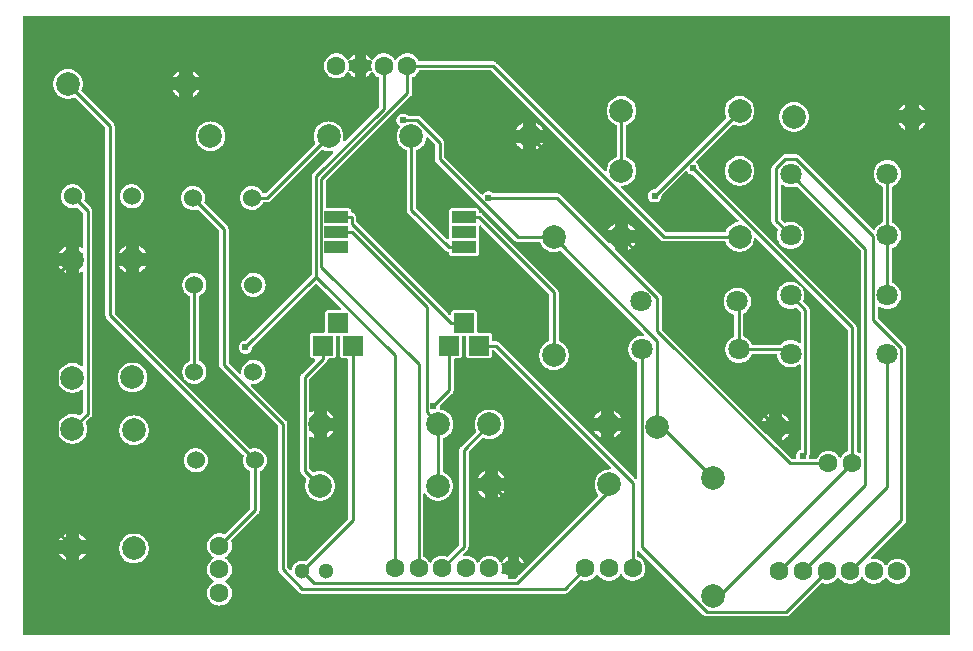
<source format=gbl>
G04 Layer: BottomLayer*
G04 EasyEDA v6.5.34, 2023-09-12 23:43:32*
G04 1e945d1d77d541fea1df0e41f1a3b175,2c7f107921f9494b8657ce3d0c88cbd9,10*
G04 Gerber Generator version 0.2*
G04 Scale: 100 percent, Rotated: No, Reflected: No *
G04 Dimensions in millimeters *
G04 leading zeros omitted , absolute positions ,4 integer and 5 decimal *
%FSLAX45Y45*%
%MOMM*%

%AMMACRO1*21,1,$1,$2,0,0,$3*%
%ADD10C,0.2540*%
%ADD11C,1.8000*%
%ADD12C,1.6000*%
%ADD13C,1.5240*%
%ADD14C,1.3000*%
%ADD15R,1.6764X1.6764*%
%ADD16MACRO1,2.0206X1.002X0.0000*%
%ADD17C,2.0000*%
%ADD18C,0.6100*%
%ADD19C,0.0147*%

%LPD*%
G36*
X736092Y9425889D02*
G01*
X732180Y9426651D01*
X728878Y9428886D01*
X726694Y9432137D01*
X725932Y9436049D01*
X725932Y14663877D01*
X726694Y14667788D01*
X728878Y14671090D01*
X732180Y14673275D01*
X736092Y14674037D01*
X8563914Y14674037D01*
X8567826Y14673275D01*
X8571077Y14671090D01*
X8573312Y14667788D01*
X8574074Y14663877D01*
X8574074Y9436049D01*
X8573312Y9432137D01*
X8571077Y9428886D01*
X8567826Y9426651D01*
X8563914Y9425889D01*
G37*

%LPC*%
G36*
X6512915Y9589414D02*
G01*
X7186066Y9589414D01*
X7194092Y9590227D01*
X7201306Y9592411D01*
X7207961Y9595967D01*
X7214209Y9601098D01*
X7481011Y9867900D01*
X7484109Y9869982D01*
X7487716Y9870846D01*
X7491425Y9870338D01*
X7500569Y9867239D01*
X7514183Y9864496D01*
X7528001Y9863632D01*
X7541818Y9864496D01*
X7555382Y9867239D01*
X7568539Y9871659D01*
X7580934Y9877806D01*
X7592466Y9885476D01*
X7602880Y9894620D01*
X7612024Y9905034D01*
X7619542Y9916312D01*
X7622336Y9919157D01*
X7625994Y9920630D01*
X7629956Y9920630D01*
X7633665Y9919157D01*
X7636459Y9916312D01*
X7643977Y9905034D01*
X7653121Y9894620D01*
X7663535Y9885476D01*
X7675067Y9877806D01*
X7687462Y9871659D01*
X7700568Y9867239D01*
X7714183Y9864496D01*
X7728000Y9863632D01*
X7741818Y9864496D01*
X7755381Y9867239D01*
X7768539Y9871659D01*
X7780934Y9877806D01*
X7792466Y9885476D01*
X7802880Y9894620D01*
X7812024Y9905034D01*
X7819542Y9916312D01*
X7822336Y9919157D01*
X7825994Y9920630D01*
X7829956Y9920630D01*
X7833664Y9919157D01*
X7836458Y9916312D01*
X7843977Y9905034D01*
X7853121Y9894620D01*
X7863535Y9885476D01*
X7875066Y9877806D01*
X7887462Y9871659D01*
X7900568Y9867239D01*
X7914182Y9864496D01*
X7928000Y9863632D01*
X7941818Y9864496D01*
X7955381Y9867239D01*
X7968538Y9871659D01*
X7980934Y9877806D01*
X7992465Y9885476D01*
X8002879Y9894620D01*
X8012023Y9905034D01*
X8019542Y9916312D01*
X8022336Y9919157D01*
X8025993Y9920630D01*
X8029956Y9920630D01*
X8033664Y9919157D01*
X8036458Y9916312D01*
X8043976Y9905034D01*
X8053120Y9894620D01*
X8063534Y9885476D01*
X8075066Y9877806D01*
X8087461Y9871659D01*
X8100568Y9867239D01*
X8114182Y9864496D01*
X8128000Y9863632D01*
X8141817Y9864496D01*
X8155381Y9867239D01*
X8168538Y9871659D01*
X8180933Y9877806D01*
X8192465Y9885476D01*
X8202879Y9894620D01*
X8212023Y9905034D01*
X8219694Y9916566D01*
X8225840Y9928961D01*
X8230260Y9942118D01*
X8232952Y9955682D01*
X8233867Y9969500D01*
X8232952Y9983317D01*
X8230260Y9996881D01*
X8225840Y10010038D01*
X8219694Y10022433D01*
X8212023Y10033965D01*
X8202879Y10044379D01*
X8192465Y10053523D01*
X8180933Y10061194D01*
X8168538Y10067340D01*
X8155381Y10071760D01*
X8141817Y10074503D01*
X8128000Y10075367D01*
X8114182Y10074503D01*
X8100568Y10071760D01*
X8087461Y10067340D01*
X8075066Y10061194D01*
X8063534Y10053523D01*
X8053120Y10044379D01*
X8043976Y10033965D01*
X8036458Y10022687D01*
X8033664Y10019842D01*
X8029956Y10018318D01*
X8025993Y10018318D01*
X8022336Y10019842D01*
X8019542Y10022687D01*
X8012023Y10033965D01*
X8002879Y10044379D01*
X7992465Y10053523D01*
X7980934Y10061194D01*
X7968538Y10067340D01*
X7955381Y10071760D01*
X7941818Y10074503D01*
X7928000Y10075367D01*
X7913827Y10074402D01*
X7909559Y10074503D01*
X7905648Y10076332D01*
X7902905Y10079583D01*
X7901686Y10083698D01*
X7902346Y10087965D01*
X7904683Y10091572D01*
X8189163Y10376052D01*
X8194243Y10382250D01*
X8197799Y10388955D01*
X8200034Y10396169D01*
X8200796Y10404195D01*
X8200796Y11859615D01*
X8200034Y11867642D01*
X8197799Y11874855D01*
X8194243Y11881510D01*
X8189163Y11887758D01*
X7966202Y12110669D01*
X7964017Y12113971D01*
X7963255Y12117882D01*
X7963255Y12201194D01*
X7964220Y12205512D01*
X7966913Y12209018D01*
X7970875Y12210999D01*
X7975295Y12211151D01*
X7979359Y12209373D01*
X7980629Y12208459D01*
X7993430Y12201448D01*
X8006943Y12196064D01*
X8021015Y12192457D01*
X8035493Y12190628D01*
X8050022Y12190628D01*
X8064449Y12192457D01*
X8078571Y12196064D01*
X8092084Y12201448D01*
X8104835Y12208459D01*
X8116620Y12216993D01*
X8127238Y12226950D01*
X8136483Y12238177D01*
X8144306Y12250470D01*
X8150504Y12263628D01*
X8154974Y12277496D01*
X8157718Y12291771D01*
X8158632Y12306300D01*
X8157718Y12320828D01*
X8154974Y12335103D01*
X8150504Y12348972D01*
X8144306Y12362129D01*
X8136483Y12374422D01*
X8127238Y12385649D01*
X8116620Y12395606D01*
X8104835Y12404140D01*
X8092084Y12411151D01*
X8087715Y12412878D01*
X8084362Y12415062D01*
X8082127Y12418415D01*
X8081314Y12422327D01*
X8081314Y12698272D01*
X8082127Y12702235D01*
X8084362Y12705537D01*
X8087715Y12707721D01*
X8092033Y12709448D01*
X8104784Y12716459D01*
X8116570Y12724993D01*
X8127187Y12734950D01*
X8136432Y12746177D01*
X8144256Y12758470D01*
X8150453Y12771628D01*
X8154924Y12785496D01*
X8157667Y12799771D01*
X8158581Y12814300D01*
X8157667Y12828828D01*
X8154924Y12843103D01*
X8150453Y12856972D01*
X8144256Y12870129D01*
X8136432Y12882422D01*
X8127187Y12893649D01*
X8116570Y12903606D01*
X8104784Y12912140D01*
X8092033Y12919151D01*
X8087715Y12920878D01*
X8084362Y12923062D01*
X8082127Y12926364D01*
X8081314Y12930327D01*
X8081314Y13218972D01*
X8082127Y13222935D01*
X8084362Y13226237D01*
X8087715Y13228421D01*
X8092033Y13230148D01*
X8104784Y13237159D01*
X8116570Y13245693D01*
X8127187Y13255650D01*
X8136432Y13266877D01*
X8144256Y13279170D01*
X8150453Y13292328D01*
X8154924Y13306196D01*
X8157667Y13320471D01*
X8158581Y13335000D01*
X8157667Y13349528D01*
X8154924Y13363803D01*
X8150453Y13377672D01*
X8144256Y13390829D01*
X8136432Y13403122D01*
X8127187Y13414349D01*
X8116570Y13424306D01*
X8104784Y13432840D01*
X8092033Y13439851D01*
X8078520Y13445236D01*
X8064398Y13448842D01*
X8049971Y13450671D01*
X8035442Y13450671D01*
X8020964Y13448842D01*
X8006892Y13445236D01*
X7993380Y13439851D01*
X7980578Y13432840D01*
X7968843Y13424306D01*
X7958226Y13414349D01*
X7948930Y13403122D01*
X7941157Y13390829D01*
X7934959Y13377672D01*
X7930438Y13363803D01*
X7927746Y13349528D01*
X7926831Y13335000D01*
X7927746Y13320471D01*
X7930438Y13306196D01*
X7934959Y13292328D01*
X7941157Y13279170D01*
X7948930Y13266877D01*
X7958226Y13255650D01*
X7968843Y13245693D01*
X7980578Y13237159D01*
X7993380Y13230148D01*
X7997698Y13228421D01*
X8001050Y13226237D01*
X8003286Y13222935D01*
X8004098Y13218972D01*
X8004098Y12930327D01*
X8003286Y12926364D01*
X8001050Y12923062D01*
X7997698Y12920878D01*
X7993380Y12919151D01*
X7980578Y12912140D01*
X7968843Y12903606D01*
X7958226Y12893649D01*
X7948930Y12882422D01*
X7941157Y12870129D01*
X7939786Y12867182D01*
X7937500Y12864084D01*
X7934198Y12862052D01*
X7930388Y12861391D01*
X7926578Y12862153D01*
X7923377Y12864338D01*
X7300264Y13487450D01*
X7294067Y13492581D01*
X7287412Y13496137D01*
X7280148Y13498322D01*
X7272121Y13499084D01*
X7179614Y13499084D01*
X7171588Y13498322D01*
X7164374Y13496137D01*
X7157669Y13492581D01*
X7151471Y13487450D01*
X7073290Y13409269D01*
X7068159Y13403021D01*
X7064603Y13396366D01*
X7062419Y13389152D01*
X7061606Y13381126D01*
X7061606Y12937286D01*
X7062419Y12929260D01*
X7064603Y12922046D01*
X7068159Y12915341D01*
X7073290Y12909143D01*
X7113270Y12869164D01*
X7115505Y12865709D01*
X7116216Y12861645D01*
X7114946Y12856972D01*
X7110475Y12843103D01*
X7107732Y12828828D01*
X7106818Y12814300D01*
X7107732Y12799771D01*
X7110475Y12785496D01*
X7114946Y12771628D01*
X7121144Y12758470D01*
X7128967Y12746177D01*
X7138212Y12734950D01*
X7148830Y12724993D01*
X7160615Y12716459D01*
X7173366Y12709448D01*
X7186879Y12704064D01*
X7201001Y12700457D01*
X7215428Y12698628D01*
X7229957Y12698628D01*
X7244435Y12700457D01*
X7258507Y12704064D01*
X7272020Y12709448D01*
X7284821Y12716459D01*
X7296556Y12724993D01*
X7307173Y12734950D01*
X7316470Y12746177D01*
X7324242Y12758470D01*
X7330440Y12771628D01*
X7334961Y12785496D01*
X7337653Y12799771D01*
X7338568Y12814300D01*
X7337653Y12828828D01*
X7334961Y12843103D01*
X7330440Y12856972D01*
X7324242Y12870129D01*
X7316470Y12882422D01*
X7307173Y12893649D01*
X7296556Y12903606D01*
X7284821Y12912140D01*
X7272020Y12919151D01*
X7258507Y12924536D01*
X7244435Y12928142D01*
X7229957Y12929971D01*
X7215428Y12929971D01*
X7201001Y12928142D01*
X7186879Y12924536D01*
X7178903Y12921335D01*
X7175042Y12920624D01*
X7171232Y12921437D01*
X7167981Y12923621D01*
X7141819Y12949783D01*
X7139584Y12953085D01*
X7138822Y12956997D01*
X7138822Y13233044D01*
X7139787Y13237362D01*
X7142530Y13240867D01*
X7146442Y13242899D01*
X7150912Y13243001D01*
X7154976Y13241274D01*
X7160615Y13237159D01*
X7173366Y13230148D01*
X7186879Y13224763D01*
X7201001Y13221157D01*
X7215428Y13219328D01*
X7229957Y13219328D01*
X7244435Y13221157D01*
X7258507Y13224763D01*
X7266482Y13227964D01*
X7270343Y13228675D01*
X7274153Y13227862D01*
X7277404Y13225678D01*
X7815427Y12687655D01*
X7817612Y12684353D01*
X7818424Y12680492D01*
X7818424Y10980115D01*
X7817459Y10975898D01*
X7814818Y10972393D01*
X7811008Y10970361D01*
X7806639Y10970107D01*
X7802575Y10971682D01*
X7796733Y10975594D01*
X7788097Y10979861D01*
X7785100Y10982096D01*
X7783118Y10985296D01*
X7782407Y10989005D01*
X7782407Y12033859D01*
X7781645Y12041886D01*
X7779410Y12049099D01*
X7775854Y12055754D01*
X7770774Y12062002D01*
X6453479Y13379297D01*
X6451447Y13382193D01*
X6450533Y13385596D01*
X6449822Y13393623D01*
X6447282Y13403122D01*
X6443116Y13412012D01*
X6437477Y13420090D01*
X6430518Y13427049D01*
X6425082Y13430808D01*
X6422136Y13434060D01*
X6420815Y13438276D01*
X6421374Y13442645D01*
X6423761Y13446353D01*
X6728866Y13751458D01*
X6732270Y13753693D01*
X6736232Y13754455D01*
X6740194Y13753541D01*
X6746544Y13750696D01*
X6761073Y13746175D01*
X6776008Y13743432D01*
X6791198Y13742517D01*
X6806387Y13743432D01*
X6821322Y13746175D01*
X6835851Y13750696D01*
X6849719Y13756944D01*
X6862724Y13764818D01*
X6874662Y13774166D01*
X6885431Y13784935D01*
X6894779Y13796873D01*
X6902653Y13809878D01*
X6908901Y13823746D01*
X6913422Y13838275D01*
X6916166Y13853210D01*
X6917080Y13868400D01*
X6916166Y13883589D01*
X6913422Y13898524D01*
X6908901Y13913053D01*
X6902653Y13926921D01*
X6894779Y13939926D01*
X6885431Y13951864D01*
X6874662Y13962634D01*
X6862724Y13971981D01*
X6849719Y13979855D01*
X6835851Y13986103D01*
X6821322Y13990624D01*
X6806387Y13993368D01*
X6791198Y13994282D01*
X6776008Y13993368D01*
X6761073Y13990624D01*
X6746544Y13986103D01*
X6732676Y13979855D01*
X6719671Y13971981D01*
X6707733Y13962634D01*
X6696964Y13951864D01*
X6687616Y13939926D01*
X6679742Y13926921D01*
X6673494Y13913053D01*
X6668973Y13898524D01*
X6666230Y13883589D01*
X6665315Y13868400D01*
X6666230Y13853210D01*
X6668973Y13838275D01*
X6673494Y13823746D01*
X6676339Y13817396D01*
X6677253Y13813434D01*
X6676491Y13809472D01*
X6674256Y13806068D01*
X6075781Y13207542D01*
X6072886Y13205561D01*
X6069482Y13204647D01*
X6061405Y13203936D01*
X6051956Y13201396D01*
X6043015Y13197230D01*
X6034989Y13191591D01*
X6028029Y13184632D01*
X6022390Y13176605D01*
X6018225Y13167715D01*
X6015685Y13158216D01*
X6014821Y13148411D01*
X6015685Y13138607D01*
X6018225Y13129107D01*
X6022390Y13120217D01*
X6028029Y13112191D01*
X6034989Y13105231D01*
X6043015Y13099592D01*
X6051956Y13095427D01*
X6061405Y13092887D01*
X6071209Y13092023D01*
X6081014Y13092887D01*
X6090513Y13095427D01*
X6099403Y13099592D01*
X6107430Y13105231D01*
X6114389Y13112191D01*
X6120028Y13120217D01*
X6124194Y13129107D01*
X6126734Y13138607D01*
X6127445Y13146684D01*
X6128359Y13150088D01*
X6130391Y13152983D01*
X6331813Y13354405D01*
X6335522Y13356742D01*
X6339890Y13357351D01*
X6344056Y13356031D01*
X6347307Y13353034D01*
X6351117Y13347598D01*
X6358077Y13340638D01*
X6366103Y13335050D01*
X6375044Y13330885D01*
X6384493Y13328345D01*
X6392570Y13327634D01*
X6395974Y13326719D01*
X6398869Y13324687D01*
X6780022Y12943484D01*
X6782409Y12939826D01*
X6782968Y12935458D01*
X6781698Y12931292D01*
X6778752Y12928041D01*
X6774688Y12926314D01*
X6761073Y12923824D01*
X6746544Y12919303D01*
X6732676Y12913055D01*
X6719671Y12905181D01*
X6707733Y12895834D01*
X6696964Y12885064D01*
X6687616Y12873126D01*
X6679742Y12860121D01*
X6673494Y12846202D01*
X6671259Y12843052D01*
X6668008Y12840919D01*
X6664198Y12840208D01*
X6173012Y12840208D01*
X6169101Y12840970D01*
X6165799Y12843205D01*
X5791403Y13217601D01*
X5789218Y13220801D01*
X5788406Y13224560D01*
X5789066Y13228370D01*
X5791098Y13231672D01*
X5794248Y13233958D01*
X5797956Y13234924D01*
X5806389Y13235432D01*
X5821324Y13238175D01*
X5835853Y13242696D01*
X5849721Y13248944D01*
X5862726Y13256818D01*
X5874664Y13266166D01*
X5885434Y13276935D01*
X5894781Y13288873D01*
X5902655Y13301878D01*
X5908903Y13315746D01*
X5913424Y13330275D01*
X5916168Y13345210D01*
X5917082Y13360400D01*
X5916168Y13375589D01*
X5913424Y13390524D01*
X5908903Y13405053D01*
X5902655Y13418921D01*
X5894781Y13431926D01*
X5885434Y13443864D01*
X5874664Y13454634D01*
X5862726Y13463981D01*
X5849721Y13471855D01*
X5835802Y13478103D01*
X5832652Y13480338D01*
X5830570Y13483590D01*
X5829808Y13487400D01*
X5829808Y13741400D01*
X5830570Y13745210D01*
X5832652Y13748461D01*
X5835802Y13750696D01*
X5849721Y13756944D01*
X5862726Y13764818D01*
X5874664Y13774166D01*
X5885434Y13784935D01*
X5894781Y13796873D01*
X5902655Y13809878D01*
X5908903Y13823746D01*
X5913424Y13838275D01*
X5916168Y13853210D01*
X5917082Y13868400D01*
X5916168Y13883589D01*
X5913424Y13898524D01*
X5908903Y13913053D01*
X5902655Y13926921D01*
X5894781Y13939926D01*
X5885434Y13951864D01*
X5874664Y13962634D01*
X5862726Y13971981D01*
X5849721Y13979855D01*
X5835853Y13986103D01*
X5821324Y13990624D01*
X5806389Y13993368D01*
X5791200Y13994282D01*
X5776010Y13993368D01*
X5761075Y13990624D01*
X5746546Y13986103D01*
X5732678Y13979855D01*
X5719673Y13971981D01*
X5707735Y13962634D01*
X5696966Y13951864D01*
X5687618Y13939926D01*
X5679744Y13926921D01*
X5673496Y13913053D01*
X5668975Y13898524D01*
X5666232Y13883589D01*
X5665317Y13868400D01*
X5666232Y13853210D01*
X5668975Y13838275D01*
X5673496Y13823746D01*
X5679744Y13809878D01*
X5687618Y13796873D01*
X5696966Y13784935D01*
X5707735Y13774166D01*
X5719673Y13764818D01*
X5732678Y13756944D01*
X5746597Y13750696D01*
X5749747Y13748461D01*
X5751880Y13745210D01*
X5752592Y13741400D01*
X5752592Y13487400D01*
X5751880Y13483590D01*
X5749747Y13480338D01*
X5746597Y13478103D01*
X5732678Y13471855D01*
X5719673Y13463981D01*
X5707735Y13454634D01*
X5696966Y13443864D01*
X5687618Y13431926D01*
X5679744Y13418921D01*
X5673496Y13405053D01*
X5668975Y13390524D01*
X5666232Y13375589D01*
X5665724Y13367156D01*
X5664758Y13363448D01*
X5662472Y13360298D01*
X5659170Y13358266D01*
X5655360Y13357606D01*
X5651601Y13358418D01*
X5648401Y13360603D01*
X4732629Y14276324D01*
X4726432Y14281454D01*
X4719777Y14285010D01*
X4712512Y14287195D01*
X4704486Y14288007D01*
X4083304Y14288007D01*
X4079595Y14288719D01*
X4076446Y14290700D01*
X4074160Y14293697D01*
X4069892Y14302333D01*
X4062222Y14313865D01*
X4053078Y14324279D01*
X4042664Y14333423D01*
X4031132Y14341094D01*
X4018737Y14347240D01*
X4005579Y14351660D01*
X3992016Y14354403D01*
X3978198Y14355267D01*
X3964381Y14354403D01*
X3950817Y14351660D01*
X3937660Y14347240D01*
X3925265Y14341094D01*
X3913733Y14333423D01*
X3903319Y14324279D01*
X3894175Y14313865D01*
X3886657Y14302587D01*
X3883863Y14299742D01*
X3880205Y14298218D01*
X3876192Y14298218D01*
X3872534Y14299742D01*
X3869740Y14302587D01*
X3862222Y14313865D01*
X3853078Y14324279D01*
X3842664Y14333423D01*
X3831132Y14341094D01*
X3818737Y14347240D01*
X3805580Y14351660D01*
X3792016Y14354403D01*
X3778199Y14355267D01*
X3764381Y14354403D01*
X3750818Y14351660D01*
X3737660Y14347240D01*
X3725265Y14341094D01*
X3713734Y14333423D01*
X3703320Y14324279D01*
X3694176Y14313865D01*
X3686657Y14302587D01*
X3683863Y14299742D01*
X3680206Y14298218D01*
X3676192Y14298218D01*
X3672535Y14299742D01*
X3669741Y14302587D01*
X3662222Y14313865D01*
X3653078Y14324279D01*
X3642664Y14333423D01*
X3631133Y14341094D01*
X3624529Y14344345D01*
X3624529Y14295729D01*
X3668166Y14295729D01*
X3671925Y14295018D01*
X3675176Y14292935D01*
X3677412Y14289836D01*
X3678326Y14286128D01*
X3677818Y14282318D01*
X3675938Y14276781D01*
X3673195Y14263217D01*
X3672332Y14249400D01*
X3673195Y14235582D01*
X3675938Y14222018D01*
X3677818Y14216481D01*
X3678326Y14212671D01*
X3677412Y14208963D01*
X3675176Y14205864D01*
X3671925Y14203781D01*
X3668166Y14203070D01*
X3624529Y14203070D01*
X3624529Y14154454D01*
X3631133Y14157706D01*
X3642664Y14165376D01*
X3653078Y14174520D01*
X3662222Y14184934D01*
X3669741Y14196212D01*
X3672535Y14199057D01*
X3676192Y14200530D01*
X3680206Y14200530D01*
X3683863Y14199057D01*
X3686657Y14196212D01*
X3694176Y14184934D01*
X3703320Y14174520D01*
X3713734Y14165376D01*
X3725265Y14157706D01*
X3733952Y14153438D01*
X3736949Y14151152D01*
X3738879Y14148003D01*
X3739591Y14144294D01*
X3739591Y13907363D01*
X3738829Y13903451D01*
X3736594Y13900150D01*
X3451047Y13614552D01*
X3447440Y13612266D01*
X3443224Y13611606D01*
X3439109Y13612774D01*
X3435858Y13615466D01*
X3433978Y13619327D01*
X3433876Y13623594D01*
X3436365Y13637310D01*
X3437280Y13652500D01*
X3436365Y13667689D01*
X3433622Y13682624D01*
X3429101Y13697153D01*
X3422853Y13711021D01*
X3414979Y13724026D01*
X3405632Y13735964D01*
X3394862Y13746734D01*
X3382924Y13756081D01*
X3369919Y13763955D01*
X3356051Y13770203D01*
X3341522Y13774724D01*
X3326587Y13777468D01*
X3311398Y13778382D01*
X3296208Y13777468D01*
X3281273Y13774724D01*
X3266744Y13770203D01*
X3252876Y13763955D01*
X3239871Y13756081D01*
X3227933Y13746734D01*
X3217164Y13735964D01*
X3207816Y13724026D01*
X3199942Y13711021D01*
X3193694Y13697153D01*
X3189173Y13682624D01*
X3186430Y13667689D01*
X3185515Y13652500D01*
X3186430Y13637310D01*
X3189173Y13622375D01*
X3193694Y13607846D01*
X3196539Y13601496D01*
X3197453Y13597534D01*
X3196691Y13593572D01*
X3194456Y13590168D01*
X2777693Y13173405D01*
X2774391Y13171169D01*
X2770479Y13170407D01*
X2763875Y13170407D01*
X2760218Y13171068D01*
X2757068Y13173049D01*
X2754782Y13175996D01*
X2750820Y13183819D01*
X2743098Y13195046D01*
X2733954Y13205206D01*
X2723540Y13213994D01*
X2712059Y13221309D01*
X2699715Y13227050D01*
X2686659Y13231113D01*
X2673197Y13233349D01*
X2659583Y13233806D01*
X2646019Y13232485D01*
X2632760Y13229285D01*
X2620010Y13224408D01*
X2608072Y13217855D01*
X2597099Y13209778D01*
X2587294Y13200278D01*
X2578811Y13189559D01*
X2571902Y13177824D01*
X2566568Y13165277D01*
X2562961Y13152119D01*
X2561132Y13138607D01*
X2561132Y13124992D01*
X2562961Y13111480D01*
X2566568Y13098322D01*
X2571902Y13085775D01*
X2578811Y13074040D01*
X2587294Y13063321D01*
X2597099Y13053821D01*
X2608072Y13045744D01*
X2620010Y13039191D01*
X2632760Y13034314D01*
X2646019Y13031114D01*
X2659583Y13029793D01*
X2673197Y13030250D01*
X2686659Y13032486D01*
X2699715Y13036550D01*
X2712059Y13042290D01*
X2723540Y13049605D01*
X2733954Y13058394D01*
X2743098Y13068554D01*
X2750820Y13079780D01*
X2754782Y13087604D01*
X2757068Y13090550D01*
X2760218Y13092531D01*
X2763875Y13093192D01*
X2790190Y13093192D01*
X2798216Y13094004D01*
X2805480Y13096189D01*
X2812135Y13099745D01*
X2818333Y13104876D01*
X3249066Y13535558D01*
X3252470Y13537793D01*
X3256432Y13538555D01*
X3260394Y13537641D01*
X3266744Y13534796D01*
X3281273Y13530275D01*
X3296208Y13527532D01*
X3311398Y13526617D01*
X3326587Y13527532D01*
X3340303Y13530021D01*
X3344570Y13529919D01*
X3348431Y13528040D01*
X3351123Y13524788D01*
X3352292Y13520674D01*
X3351631Y13516457D01*
X3349345Y13512850D01*
X3179318Y13342823D01*
X3174187Y13336625D01*
X3170631Y13329919D01*
X3168446Y13322706D01*
X3167634Y13314680D01*
X3167634Y12484963D01*
X3166872Y12481102D01*
X3164636Y12477800D01*
X2612644Y11925757D01*
X2609748Y11923725D01*
X2606344Y11922810D01*
X2598267Y11922099D01*
X2588818Y11919559D01*
X2579878Y11915394D01*
X2571851Y11909806D01*
X2564892Y11902846D01*
X2559253Y11894769D01*
X2555087Y11885879D01*
X2552547Y11876379D01*
X2551684Y11866575D01*
X2552547Y11856821D01*
X2555087Y11847322D01*
X2559253Y11838432D01*
X2564892Y11830354D01*
X2571851Y11823395D01*
X2579878Y11817807D01*
X2588818Y11813641D01*
X2598267Y11811101D01*
X2608072Y11810238D01*
X2617876Y11811101D01*
X2627376Y11813641D01*
X2636266Y11817807D01*
X2644292Y11823395D01*
X2651252Y11830354D01*
X2656890Y11838432D01*
X2661056Y11847322D01*
X2663596Y11856821D01*
X2664307Y11864848D01*
X2665222Y11868251D01*
X2667254Y11871147D01*
X3199079Y12402972D01*
X3202381Y12405207D01*
X3206242Y12405969D01*
X3210153Y12405207D01*
X3213404Y12402972D01*
X3417976Y12198400D01*
X3420211Y12195149D01*
X3420973Y12191238D01*
X3420211Y12187326D01*
X3417976Y12184075D01*
X3414674Y12181840D01*
X3410813Y12181078D01*
X3307638Y12181078D01*
X3301339Y12180366D01*
X3295853Y12178436D01*
X3290976Y12175388D01*
X3286861Y12171273D01*
X3283813Y12166396D01*
X3281883Y12160910D01*
X3281172Y12154611D01*
X3281172Y12000738D01*
X3280410Y11996826D01*
X3278174Y11993575D01*
X3274923Y11991340D01*
X3271012Y11990578D01*
X3180638Y11990578D01*
X3174339Y11989866D01*
X3168853Y11987936D01*
X3163976Y11984888D01*
X3159861Y11980773D01*
X3156813Y11975896D01*
X3154883Y11970410D01*
X3154172Y11964111D01*
X3154172Y11797588D01*
X3154883Y11791289D01*
X3156813Y11785803D01*
X3159861Y11780926D01*
X3163976Y11776811D01*
X3168853Y11773763D01*
X3174339Y11771833D01*
X3180638Y11771122D01*
X3186785Y11771122D01*
X3190646Y11770360D01*
X3193948Y11768124D01*
X3196183Y11764873D01*
X3196945Y11760962D01*
X3196183Y11757050D01*
X3193948Y11753799D01*
X3083560Y11643360D01*
X3078429Y11637162D01*
X3074873Y11630456D01*
X3072688Y11623243D01*
X3071926Y11615216D01*
X3071926Y10821873D01*
X3072688Y10813846D01*
X3074873Y10806633D01*
X3078429Y10799978D01*
X3083560Y10793730D01*
X3121558Y10755731D01*
X3123793Y10752328D01*
X3124555Y10748365D01*
X3123641Y10744403D01*
X3120796Y10738053D01*
X3116275Y10723524D01*
X3113532Y10708589D01*
X3112617Y10693400D01*
X3113532Y10678210D01*
X3116275Y10663275D01*
X3120796Y10648746D01*
X3127044Y10634878D01*
X3134918Y10621873D01*
X3144266Y10609935D01*
X3155035Y10599166D01*
X3166973Y10589818D01*
X3179978Y10581944D01*
X3193846Y10575696D01*
X3208375Y10571175D01*
X3223310Y10568432D01*
X3238500Y10567517D01*
X3253689Y10568432D01*
X3268624Y10571175D01*
X3283153Y10575696D01*
X3297021Y10581944D01*
X3310026Y10589818D01*
X3321964Y10599166D01*
X3332734Y10609935D01*
X3342081Y10621873D01*
X3349955Y10634878D01*
X3356203Y10648746D01*
X3360724Y10663275D01*
X3363468Y10678210D01*
X3364382Y10693400D01*
X3363468Y10708589D01*
X3360724Y10723524D01*
X3356203Y10738053D01*
X3349955Y10751921D01*
X3342081Y10764926D01*
X3332734Y10776864D01*
X3321964Y10787634D01*
X3310026Y10796981D01*
X3297021Y10804855D01*
X3283153Y10811103D01*
X3268624Y10815624D01*
X3253689Y10818368D01*
X3238500Y10819282D01*
X3223310Y10818368D01*
X3208375Y10815624D01*
X3193846Y10811103D01*
X3187496Y10808258D01*
X3183534Y10807344D01*
X3179572Y10808106D01*
X3176168Y10810341D01*
X3152089Y10834420D01*
X3149904Y10837722D01*
X3149142Y10841583D01*
X3149142Y11106200D01*
X3150108Y11110620D01*
X3152902Y11114125D01*
X3156966Y11116106D01*
X3161487Y11116157D01*
X3165551Y11114227D01*
X3170275Y11110518D01*
X3183280Y11102644D01*
X3185464Y11101679D01*
X3185464Y11157762D01*
X3159302Y11157762D01*
X3155391Y11158524D01*
X3152089Y11160709D01*
X3149904Y11164011D01*
X3149142Y11167922D01*
X3149142Y11260277D01*
X3149904Y11264188D01*
X3152089Y11267490D01*
X3155391Y11269675D01*
X3159302Y11270437D01*
X3185464Y11270437D01*
X3185464Y11326520D01*
X3183280Y11325555D01*
X3170275Y11317681D01*
X3165551Y11313972D01*
X3161487Y11312042D01*
X3156966Y11312093D01*
X3152902Y11314074D01*
X3150108Y11317579D01*
X3149142Y11321999D01*
X3149142Y11595506D01*
X3149904Y11599418D01*
X3152089Y11602720D01*
X3290874Y11741454D01*
X3295954Y11747703D01*
X3299510Y11754358D01*
X3302812Y11765534D01*
X3305048Y11768480D01*
X3308197Y11770461D01*
X3311855Y11771122D01*
X3347161Y11771122D01*
X3353460Y11771833D01*
X3358946Y11773763D01*
X3363823Y11776811D01*
X3367938Y11780926D01*
X3370986Y11785803D01*
X3372916Y11791289D01*
X3373628Y11797588D01*
X3373628Y11951462D01*
X3374390Y11955373D01*
X3376625Y11958624D01*
X3379876Y11960860D01*
X3383787Y11961622D01*
X3398012Y11961622D01*
X3401923Y11960860D01*
X3405174Y11958624D01*
X3407410Y11955373D01*
X3408172Y11951462D01*
X3408172Y11797588D01*
X3408883Y11791289D01*
X3410813Y11785803D01*
X3413861Y11780926D01*
X3417976Y11776811D01*
X3422853Y11773763D01*
X3428339Y11771833D01*
X3434638Y11771122D01*
X3469132Y11771122D01*
X3473043Y11770360D01*
X3476294Y11768124D01*
X3478529Y11764873D01*
X3479292Y11760962D01*
X3479292Y10419791D01*
X3478529Y10415930D01*
X3476294Y10412628D01*
X3122930Y10059263D01*
X3120136Y10057231D01*
X3116783Y10056317D01*
X3113328Y10056571D01*
X3103575Y10059009D01*
X3090976Y10060330D01*
X3078276Y10059873D01*
X3065830Y10057688D01*
X3053740Y10053777D01*
X3042361Y10048189D01*
X3031845Y10041128D01*
X3022447Y10032644D01*
X3014268Y10022941D01*
X3007563Y10012172D01*
X3002381Y10000589D01*
X2998825Y9987686D01*
X2997200Y9983520D01*
X2993999Y9980422D01*
X2989783Y9978999D01*
X2985312Y9979507D01*
X2981553Y9981895D01*
X2965297Y9998151D01*
X2963113Y10001453D01*
X2962351Y10005364D01*
X2962351Y11217859D01*
X2961538Y11225885D01*
X2959354Y11233099D01*
X2955798Y11239804D01*
X2950667Y11246002D01*
X2656636Y11540032D01*
X2654401Y11543487D01*
X2653690Y11547551D01*
X2654655Y11551564D01*
X2657144Y11554866D01*
X2660751Y11556898D01*
X2664866Y11557304D01*
X2672283Y11556593D01*
X2685897Y11557050D01*
X2699359Y11559286D01*
X2712415Y11563350D01*
X2724759Y11569090D01*
X2736240Y11576405D01*
X2746654Y11585194D01*
X2755798Y11595354D01*
X2763520Y11606580D01*
X2769666Y11618722D01*
X2774137Y11631625D01*
X2776880Y11644985D01*
X2777794Y11658600D01*
X2776880Y11672214D01*
X2774137Y11685574D01*
X2769666Y11698478D01*
X2763520Y11710619D01*
X2755798Y11721846D01*
X2746654Y11732006D01*
X2736240Y11740794D01*
X2724759Y11748109D01*
X2712415Y11753850D01*
X2699359Y11757914D01*
X2685897Y11760149D01*
X2672283Y11760606D01*
X2658719Y11759285D01*
X2645460Y11756085D01*
X2632710Y11751208D01*
X2620772Y11744655D01*
X2609799Y11736578D01*
X2599994Y11727078D01*
X2591511Y11716359D01*
X2584602Y11704624D01*
X2579268Y11692077D01*
X2575661Y11678920D01*
X2573832Y11665407D01*
X2573832Y11651792D01*
X2574340Y11648135D01*
X2574036Y11643969D01*
X2572054Y11640261D01*
X2568752Y11637670D01*
X2564688Y11636654D01*
X2560574Y11637314D01*
X2557068Y11639600D01*
X2467305Y11729364D01*
X2465120Y11732666D01*
X2464358Y11736578D01*
X2464358Y12868605D01*
X2463546Y12876631D01*
X2461361Y12883845D01*
X2457805Y12890500D01*
X2452674Y12896748D01*
X2261616Y13087807D01*
X2259482Y13090906D01*
X2258618Y13094614D01*
X2259177Y13098322D01*
X2261463Y13104825D01*
X2264156Y13118185D01*
X2265070Y13131800D01*
X2264156Y13145414D01*
X2261463Y13158774D01*
X2256993Y13171678D01*
X2250846Y13183819D01*
X2243124Y13195046D01*
X2233980Y13205206D01*
X2223566Y13213994D01*
X2212086Y13221309D01*
X2199690Y13227050D01*
X2186686Y13231113D01*
X2173224Y13233349D01*
X2159609Y13233806D01*
X2145995Y13232485D01*
X2132736Y13229285D01*
X2120036Y13224408D01*
X2108047Y13217855D01*
X2097074Y13209778D01*
X2087270Y13200278D01*
X2078837Y13189559D01*
X2071878Y13177824D01*
X2066543Y13165277D01*
X2062937Y13152119D01*
X2061159Y13138607D01*
X2061159Y13124992D01*
X2062937Y13111480D01*
X2066543Y13098322D01*
X2071878Y13085775D01*
X2078837Y13074040D01*
X2087270Y13063321D01*
X2097074Y13053821D01*
X2108047Y13045744D01*
X2120036Y13039191D01*
X2132736Y13034314D01*
X2145995Y13031114D01*
X2159609Y13029793D01*
X2173224Y13030250D01*
X2186686Y13032486D01*
X2196896Y13035686D01*
X2200503Y13036092D01*
X2204059Y13035229D01*
X2207056Y13033146D01*
X2384145Y12856057D01*
X2386330Y12852755D01*
X2387142Y12848894D01*
X2387142Y11716867D01*
X2387904Y11708841D01*
X2390089Y11701627D01*
X2393645Y11694922D01*
X2398776Y11688724D01*
X2882138Y11205362D01*
X2884322Y11202060D01*
X2885135Y11198148D01*
X2885135Y9985654D01*
X2885897Y9977628D01*
X2888081Y9970414D01*
X2891637Y9963708D01*
X2896768Y9957511D01*
X3062020Y9792258D01*
X3068269Y9787128D01*
X3074924Y9783572D01*
X3082137Y9781387D01*
X3090164Y9780574D01*
X5310174Y9780574D01*
X5318201Y9781387D01*
X5325465Y9783572D01*
X5332120Y9787128D01*
X5338318Y9792258D01*
X5439410Y9893300D01*
X5442508Y9895382D01*
X5446115Y9896246D01*
X5449824Y9895738D01*
X5459018Y9892639D01*
X5472582Y9889896D01*
X5486400Y9889032D01*
X5500217Y9889896D01*
X5513781Y9892639D01*
X5526938Y9897059D01*
X5539333Y9903206D01*
X5550865Y9910876D01*
X5561279Y9920020D01*
X5570423Y9930434D01*
X5577941Y9941712D01*
X5580735Y9944557D01*
X5584393Y9946030D01*
X5588406Y9946030D01*
X5592064Y9944557D01*
X5594858Y9941712D01*
X5602376Y9930434D01*
X5611520Y9920020D01*
X5621934Y9910876D01*
X5633466Y9903206D01*
X5645861Y9897059D01*
X5659018Y9892639D01*
X5672582Y9889896D01*
X5686399Y9889032D01*
X5700217Y9889896D01*
X5713780Y9892639D01*
X5726938Y9897059D01*
X5739333Y9903206D01*
X5750864Y9910876D01*
X5761278Y9920020D01*
X5770422Y9930434D01*
X5777941Y9941712D01*
X5780735Y9944557D01*
X5784392Y9946030D01*
X5788406Y9946030D01*
X5792063Y9944557D01*
X5794857Y9941712D01*
X5802376Y9930434D01*
X5811520Y9920020D01*
X5821934Y9910876D01*
X5833465Y9903206D01*
X5845860Y9897059D01*
X5859018Y9892639D01*
X5872581Y9889896D01*
X5886399Y9889032D01*
X5900216Y9889896D01*
X5913780Y9892639D01*
X5926937Y9897059D01*
X5939332Y9903206D01*
X5950864Y9910876D01*
X5961278Y9920020D01*
X5970422Y9930434D01*
X5978093Y9941966D01*
X5984240Y9954361D01*
X5988659Y9967518D01*
X5991402Y9981082D01*
X5992266Y9994900D01*
X5991402Y10008717D01*
X5988659Y10022281D01*
X5984240Y10035438D01*
X5978093Y10047833D01*
X5970422Y10059365D01*
X5961278Y10069779D01*
X5950864Y10078923D01*
X5939332Y10086594D01*
X5930696Y10090861D01*
X5927699Y10093096D01*
X5925718Y10096296D01*
X5925007Y10100005D01*
X5925007Y10136327D01*
X5925769Y10140188D01*
X5928004Y10143490D01*
X5931306Y10145725D01*
X5935167Y10146487D01*
X5939078Y10145725D01*
X5942330Y10143490D01*
X6484772Y9601098D01*
X6490970Y9595967D01*
X6497675Y9592411D01*
X6504889Y9590227D01*
G37*
G36*
X2387600Y9679533D02*
G01*
X2401417Y9680397D01*
X2414981Y9683140D01*
X2428138Y9687560D01*
X2440533Y9693706D01*
X2452065Y9701377D01*
X2462479Y9710521D01*
X2471623Y9720935D01*
X2479294Y9732467D01*
X2485440Y9744862D01*
X2489860Y9758019D01*
X2492603Y9771583D01*
X2493467Y9785400D01*
X2492603Y9799218D01*
X2489860Y9812782D01*
X2485440Y9825939D01*
X2479294Y9838334D01*
X2471623Y9849866D01*
X2462479Y9860280D01*
X2452065Y9869424D01*
X2440787Y9876942D01*
X2437942Y9879736D01*
X2436469Y9883394D01*
X2436469Y9887407D01*
X2437942Y9891064D01*
X2440787Y9893858D01*
X2452065Y9901377D01*
X2462479Y9910521D01*
X2471623Y9920935D01*
X2479294Y9932466D01*
X2485440Y9944862D01*
X2489860Y9958019D01*
X2492603Y9971582D01*
X2493467Y9985400D01*
X2492603Y9999218D01*
X2489860Y10012781D01*
X2485440Y10025938D01*
X2479294Y10038334D01*
X2471623Y10049865D01*
X2462479Y10060279D01*
X2452065Y10069423D01*
X2440787Y10076942D01*
X2437942Y10079736D01*
X2436469Y10083393D01*
X2436469Y10087406D01*
X2437942Y10091064D01*
X2440787Y10093858D01*
X2452065Y10101376D01*
X2462479Y10110520D01*
X2471623Y10120934D01*
X2479294Y10132466D01*
X2485440Y10144861D01*
X2489860Y10158018D01*
X2492603Y10171582D01*
X2493467Y10185400D01*
X2492603Y10199217D01*
X2489860Y10212781D01*
X2486761Y10221976D01*
X2486253Y10225684D01*
X2487117Y10229291D01*
X2489200Y10232390D01*
X2715361Y10458551D01*
X2720492Y10464800D01*
X2724048Y10471454D01*
X2726232Y10478668D01*
X2727045Y10486694D01*
X2727045Y10808462D01*
X2727756Y10812221D01*
X2729788Y10815421D01*
X2732887Y10817656D01*
X2737459Y10819790D01*
X2748940Y10827105D01*
X2759354Y10835894D01*
X2768498Y10846054D01*
X2776220Y10857280D01*
X2782366Y10869422D01*
X2786837Y10882325D01*
X2789580Y10895685D01*
X2790494Y10909300D01*
X2789580Y10922914D01*
X2786837Y10936274D01*
X2782366Y10949178D01*
X2776220Y10961319D01*
X2768498Y10972546D01*
X2759354Y10982706D01*
X2748940Y10991494D01*
X2737459Y10998809D01*
X2725115Y11004550D01*
X2712059Y11008614D01*
X2698597Y11010849D01*
X2684983Y11011306D01*
X2671419Y11009985D01*
X2658160Y11006785D01*
X2655214Y11005667D01*
X2651353Y11005007D01*
X2647594Y11005769D01*
X2644343Y11007953D01*
X1502714Y12149582D01*
X1500530Y12152884D01*
X1499768Y12156795D01*
X1499768Y13740282D01*
X1498955Y13748308D01*
X1496771Y13755522D01*
X1493215Y13762177D01*
X1488084Y13768425D01*
X1221841Y14034668D01*
X1219606Y14038072D01*
X1218844Y14042034D01*
X1219758Y14045996D01*
X1222603Y14052346D01*
X1227124Y14066875D01*
X1229868Y14081810D01*
X1230782Y14097000D01*
X1229868Y14112189D01*
X1227124Y14127124D01*
X1222603Y14141653D01*
X1216355Y14155521D01*
X1208481Y14168526D01*
X1199134Y14180464D01*
X1188364Y14191234D01*
X1176426Y14200581D01*
X1163421Y14208455D01*
X1149553Y14214703D01*
X1135024Y14219224D01*
X1120089Y14221968D01*
X1104900Y14222882D01*
X1089710Y14221968D01*
X1074775Y14219224D01*
X1060246Y14214703D01*
X1046378Y14208455D01*
X1033373Y14200581D01*
X1021435Y14191234D01*
X1010666Y14180464D01*
X1001318Y14168526D01*
X993444Y14155521D01*
X987196Y14141653D01*
X982675Y14127124D01*
X979932Y14112189D01*
X979017Y14097000D01*
X979932Y14081810D01*
X982675Y14066875D01*
X987196Y14052346D01*
X993444Y14038478D01*
X1001318Y14025473D01*
X1010666Y14013535D01*
X1021435Y14002766D01*
X1033373Y13993418D01*
X1046378Y13985544D01*
X1060246Y13979296D01*
X1074775Y13974775D01*
X1089710Y13972032D01*
X1104900Y13971117D01*
X1120089Y13972032D01*
X1135024Y13974775D01*
X1149553Y13979296D01*
X1155903Y13982141D01*
X1159865Y13983055D01*
X1163828Y13982293D01*
X1167231Y13980058D01*
X1419555Y13727734D01*
X1421739Y13724432D01*
X1422552Y13720572D01*
X1422552Y12137085D01*
X1423314Y12129058D01*
X1425498Y12121845D01*
X1429054Y12115139D01*
X1434185Y12108942D01*
X2589631Y10953496D01*
X2591663Y10950600D01*
X2592527Y10947146D01*
X2592222Y10943640D01*
X2588361Y10929620D01*
X2586532Y10916107D01*
X2586532Y10902492D01*
X2588361Y10888980D01*
X2591968Y10875822D01*
X2597302Y10863275D01*
X2604211Y10851540D01*
X2612694Y10840821D01*
X2622499Y10831322D01*
X2633472Y10823244D01*
X2644546Y10817199D01*
X2647340Y10814913D01*
X2649169Y10811814D01*
X2649829Y10808258D01*
X2649829Y10506405D01*
X2649016Y10502544D01*
X2646832Y10499242D01*
X2434590Y10287000D01*
X2431542Y10284866D01*
X2427884Y10284053D01*
X2424176Y10284561D01*
X2414981Y10287660D01*
X2401417Y10290403D01*
X2387600Y10291267D01*
X2373782Y10290403D01*
X2360218Y10287660D01*
X2347061Y10283240D01*
X2334666Y10277094D01*
X2323134Y10269423D01*
X2312720Y10260279D01*
X2303576Y10249865D01*
X2295906Y10238333D01*
X2289759Y10225938D01*
X2285339Y10212781D01*
X2282596Y10199217D01*
X2281732Y10185400D01*
X2282596Y10171582D01*
X2285339Y10158018D01*
X2289759Y10144861D01*
X2295906Y10132466D01*
X2303576Y10120934D01*
X2312720Y10110520D01*
X2323134Y10101376D01*
X2334412Y10093858D01*
X2337257Y10091064D01*
X2338781Y10087406D01*
X2338781Y10083393D01*
X2337257Y10079736D01*
X2334412Y10076942D01*
X2323134Y10069423D01*
X2312720Y10060279D01*
X2303576Y10049865D01*
X2295906Y10038334D01*
X2289759Y10025938D01*
X2285339Y10012781D01*
X2282596Y9999218D01*
X2281732Y9985400D01*
X2282596Y9971582D01*
X2285339Y9958019D01*
X2289759Y9944862D01*
X2295906Y9932466D01*
X2303576Y9920935D01*
X2312720Y9910521D01*
X2323134Y9901377D01*
X2334412Y9893858D01*
X2337257Y9891064D01*
X2338781Y9887407D01*
X2338781Y9883394D01*
X2337257Y9879736D01*
X2334412Y9876942D01*
X2323134Y9869424D01*
X2312720Y9860280D01*
X2303576Y9849866D01*
X2295906Y9838334D01*
X2289759Y9825939D01*
X2285339Y9812782D01*
X2282596Y9799218D01*
X2281732Y9785400D01*
X2282596Y9771583D01*
X2285339Y9758019D01*
X2289759Y9744862D01*
X2295906Y9732467D01*
X2303576Y9720935D01*
X2312720Y9710521D01*
X2323134Y9701377D01*
X2334666Y9693706D01*
X2347061Y9687560D01*
X2360218Y9683140D01*
X2373782Y9680397D01*
G37*
G36*
X1663700Y10037419D02*
G01*
X1678889Y10038334D01*
X1693824Y10041077D01*
X1708353Y10045598D01*
X1722221Y10051846D01*
X1735226Y10059720D01*
X1747164Y10069068D01*
X1757934Y10079837D01*
X1767281Y10091775D01*
X1775155Y10104780D01*
X1781403Y10118648D01*
X1785924Y10133177D01*
X1788668Y10148112D01*
X1789582Y10163302D01*
X1788668Y10178491D01*
X1785924Y10193426D01*
X1781403Y10207955D01*
X1775155Y10221823D01*
X1767281Y10234828D01*
X1757934Y10246766D01*
X1747164Y10257536D01*
X1735226Y10266883D01*
X1722221Y10274757D01*
X1708353Y10281005D01*
X1693824Y10285526D01*
X1678889Y10288270D01*
X1663700Y10289184D01*
X1648510Y10288270D01*
X1633575Y10285526D01*
X1619046Y10281005D01*
X1605178Y10274757D01*
X1592173Y10266883D01*
X1580235Y10257536D01*
X1569466Y10246766D01*
X1560118Y10234828D01*
X1552244Y10221823D01*
X1545996Y10207955D01*
X1541475Y10193426D01*
X1538732Y10178491D01*
X1537817Y10163302D01*
X1538732Y10148112D01*
X1541475Y10133177D01*
X1545996Y10118648D01*
X1552244Y10104780D01*
X1560118Y10091775D01*
X1569466Y10079837D01*
X1580235Y10069068D01*
X1592173Y10059720D01*
X1605178Y10051846D01*
X1619046Y10045598D01*
X1633575Y10041077D01*
X1648510Y10038334D01*
G37*
G36*
X1199337Y10063581D02*
G01*
X1201521Y10064546D01*
X1214526Y10072420D01*
X1226464Y10081768D01*
X1237234Y10092537D01*
X1246581Y10104475D01*
X1254455Y10117480D01*
X1255420Y10119664D01*
X1199337Y10119664D01*
G37*
G36*
X1086662Y10063581D02*
G01*
X1086662Y10119664D01*
X1030579Y10119664D01*
X1031544Y10117480D01*
X1039418Y10104475D01*
X1048766Y10092537D01*
X1059535Y10081768D01*
X1071473Y10072420D01*
X1084478Y10064546D01*
G37*
G36*
X1030579Y10232339D02*
G01*
X1086662Y10232339D01*
X1086662Y10288422D01*
X1084478Y10287457D01*
X1071473Y10279583D01*
X1059535Y10270236D01*
X1048766Y10259466D01*
X1039418Y10247528D01*
X1031544Y10234523D01*
G37*
G36*
X1199337Y10232339D02*
G01*
X1255420Y10232339D01*
X1254455Y10234523D01*
X1246581Y10247528D01*
X1237234Y10259466D01*
X1226464Y10270236D01*
X1214526Y10279583D01*
X1201521Y10287457D01*
X1199337Y10288422D01*
G37*
G36*
X2185009Y10807293D02*
G01*
X2198624Y10807750D01*
X2212086Y10809986D01*
X2225090Y10814050D01*
X2237486Y10819790D01*
X2248966Y10827105D01*
X2259380Y10835894D01*
X2268524Y10846054D01*
X2276246Y10857280D01*
X2282393Y10869422D01*
X2286863Y10882325D01*
X2289556Y10895685D01*
X2290470Y10909300D01*
X2289556Y10922914D01*
X2286863Y10936274D01*
X2282393Y10949178D01*
X2276246Y10961319D01*
X2268524Y10972546D01*
X2259380Y10982706D01*
X2248966Y10991494D01*
X2237486Y10998809D01*
X2225090Y11004550D01*
X2212086Y11008614D01*
X2198624Y11010849D01*
X2185009Y11011306D01*
X2171395Y11009985D01*
X2158136Y11006785D01*
X2145436Y11001908D01*
X2133447Y10995355D01*
X2122474Y10987278D01*
X2112670Y10977778D01*
X2104237Y10967059D01*
X2097278Y10955324D01*
X2091943Y10942777D01*
X2088337Y10929620D01*
X2086559Y10916107D01*
X2086559Y10902492D01*
X2088337Y10888980D01*
X2091943Y10875822D01*
X2097278Y10863275D01*
X2104237Y10851540D01*
X2112670Y10840821D01*
X2122474Y10831322D01*
X2133447Y10823244D01*
X2145436Y10816691D01*
X2158136Y10811814D01*
X2171395Y10808614D01*
G37*
G36*
X1663700Y11037417D02*
G01*
X1678889Y11038332D01*
X1693824Y11041075D01*
X1708353Y11045596D01*
X1722221Y11051844D01*
X1735226Y11059718D01*
X1747164Y11069066D01*
X1757934Y11079835D01*
X1767281Y11091773D01*
X1775155Y11104778D01*
X1781403Y11118646D01*
X1785924Y11133175D01*
X1788668Y11148110D01*
X1789582Y11163300D01*
X1788668Y11178489D01*
X1785924Y11193424D01*
X1781403Y11207953D01*
X1775155Y11221821D01*
X1767281Y11234826D01*
X1757934Y11246764D01*
X1747164Y11257534D01*
X1735226Y11266881D01*
X1722221Y11274755D01*
X1708353Y11281003D01*
X1693824Y11285524D01*
X1678889Y11288268D01*
X1663700Y11289182D01*
X1648510Y11288268D01*
X1633575Y11285524D01*
X1619046Y11281003D01*
X1605178Y11274755D01*
X1592173Y11266881D01*
X1580235Y11257534D01*
X1569466Y11246764D01*
X1560118Y11234826D01*
X1552244Y11221821D01*
X1545996Y11207953D01*
X1541475Y11193424D01*
X1538732Y11178489D01*
X1537817Y11163300D01*
X1538732Y11148110D01*
X1541475Y11133175D01*
X1545996Y11118646D01*
X1552244Y11104778D01*
X1560118Y11091773D01*
X1569466Y11079835D01*
X1580235Y11069066D01*
X1592173Y11059718D01*
X1605178Y11051844D01*
X1619046Y11045596D01*
X1633575Y11041075D01*
X1648510Y11038332D01*
G37*
G36*
X1143000Y11050117D02*
G01*
X1158189Y11051032D01*
X1173124Y11053775D01*
X1187653Y11058296D01*
X1201521Y11064544D01*
X1214526Y11072418D01*
X1226464Y11081766D01*
X1237234Y11092535D01*
X1246581Y11104473D01*
X1254455Y11117478D01*
X1260703Y11131346D01*
X1265224Y11145875D01*
X1267968Y11160810D01*
X1268882Y11176000D01*
X1267968Y11191189D01*
X1265224Y11206124D01*
X1260703Y11220653D01*
X1257858Y11227003D01*
X1256944Y11230965D01*
X1257706Y11234928D01*
X1259941Y11238331D01*
X1299362Y11277752D01*
X1304442Y11283950D01*
X1307998Y11290655D01*
X1310233Y11297869D01*
X1310995Y11305895D01*
X1310995Y13018617D01*
X1310233Y13026644D01*
X1307998Y13033857D01*
X1304442Y13040563D01*
X1299362Y13046760D01*
X1245616Y13100507D01*
X1243482Y13103606D01*
X1242618Y13107314D01*
X1243177Y13111022D01*
X1245463Y13117525D01*
X1248156Y13130885D01*
X1249070Y13144500D01*
X1248156Y13158114D01*
X1245463Y13171474D01*
X1240993Y13184378D01*
X1234846Y13196519D01*
X1227124Y13207746D01*
X1217980Y13217906D01*
X1207566Y13226694D01*
X1196086Y13234009D01*
X1183690Y13239750D01*
X1170686Y13243813D01*
X1157224Y13246049D01*
X1143609Y13246506D01*
X1130046Y13245185D01*
X1116736Y13241985D01*
X1104036Y13237108D01*
X1092047Y13230555D01*
X1081074Y13222478D01*
X1071270Y13212978D01*
X1062837Y13202259D01*
X1055878Y13190524D01*
X1050544Y13177977D01*
X1046937Y13164819D01*
X1045159Y13151307D01*
X1045159Y13137692D01*
X1046937Y13124180D01*
X1050544Y13111022D01*
X1055878Y13098475D01*
X1062837Y13086740D01*
X1071270Y13076021D01*
X1081074Y13066521D01*
X1092047Y13058444D01*
X1104036Y13051891D01*
X1116736Y13047014D01*
X1130046Y13043814D01*
X1143609Y13042493D01*
X1157224Y13042950D01*
X1170686Y13045186D01*
X1180896Y13048386D01*
X1184503Y13048792D01*
X1188059Y13047929D01*
X1191056Y13045846D01*
X1230782Y13006120D01*
X1233017Y13002818D01*
X1233779Y12998907D01*
X1233779Y12717170D01*
X1232763Y12712801D01*
X1229969Y12709245D01*
X1225956Y12707264D01*
X1221435Y12707264D01*
X1217371Y12709194D01*
X1214526Y12711379D01*
X1201521Y12719253D01*
X1199337Y12720218D01*
X1199337Y12664135D01*
X1223619Y12664135D01*
X1227531Y12663373D01*
X1230782Y12661188D01*
X1233017Y12657886D01*
X1233779Y12653975D01*
X1233779Y12561620D01*
X1233017Y12557709D01*
X1230782Y12554407D01*
X1227531Y12552222D01*
X1223619Y12551460D01*
X1199337Y12551460D01*
X1199337Y12495377D01*
X1201521Y12496342D01*
X1214526Y12504216D01*
X1217371Y12506401D01*
X1221435Y12508331D01*
X1225956Y12508331D01*
X1229969Y12506350D01*
X1232763Y12502794D01*
X1233779Y12498425D01*
X1233779Y11717172D01*
X1232763Y11712803D01*
X1229969Y11709247D01*
X1225956Y11707266D01*
X1221435Y11707266D01*
X1217371Y11709196D01*
X1214526Y11711381D01*
X1201521Y11719255D01*
X1187653Y11725503D01*
X1173124Y11730024D01*
X1158189Y11732768D01*
X1143000Y11733682D01*
X1127810Y11732768D01*
X1112875Y11730024D01*
X1098346Y11725503D01*
X1084478Y11719255D01*
X1071473Y11711381D01*
X1059535Y11702034D01*
X1048766Y11691264D01*
X1039418Y11679326D01*
X1031544Y11666321D01*
X1025296Y11652453D01*
X1020775Y11637924D01*
X1018032Y11622989D01*
X1017117Y11607800D01*
X1018032Y11592610D01*
X1020775Y11577675D01*
X1025296Y11563146D01*
X1031544Y11549278D01*
X1039418Y11536273D01*
X1048766Y11524335D01*
X1059535Y11513566D01*
X1071473Y11504218D01*
X1084478Y11496344D01*
X1098346Y11490096D01*
X1112875Y11485575D01*
X1127810Y11482832D01*
X1143000Y11481917D01*
X1158189Y11482832D01*
X1173124Y11485575D01*
X1187653Y11490096D01*
X1201521Y11496344D01*
X1214526Y11504218D01*
X1217371Y11506403D01*
X1221435Y11508333D01*
X1225956Y11508333D01*
X1229969Y11506352D01*
X1232763Y11502796D01*
X1233779Y11498427D01*
X1233779Y11325606D01*
X1233017Y11321694D01*
X1230782Y11318392D01*
X1205331Y11292941D01*
X1201928Y11290706D01*
X1197965Y11289944D01*
X1194003Y11290858D01*
X1187653Y11293703D01*
X1173124Y11298224D01*
X1158189Y11300968D01*
X1143000Y11301882D01*
X1127810Y11300968D01*
X1112875Y11298224D01*
X1098346Y11293703D01*
X1084478Y11287455D01*
X1071473Y11279581D01*
X1059535Y11270234D01*
X1048766Y11259464D01*
X1039418Y11247526D01*
X1031544Y11234521D01*
X1025296Y11220653D01*
X1020775Y11206124D01*
X1018032Y11191189D01*
X1017117Y11176000D01*
X1018032Y11160810D01*
X1020775Y11145875D01*
X1025296Y11131346D01*
X1031544Y11117478D01*
X1039418Y11104473D01*
X1048766Y11092535D01*
X1059535Y11081766D01*
X1071473Y11072418D01*
X1084478Y11064544D01*
X1098346Y11058296D01*
X1112875Y11053775D01*
X1127810Y11051032D01*
G37*
G36*
X3298139Y11101679D02*
G01*
X3300323Y11102644D01*
X3313328Y11110518D01*
X3325266Y11119866D01*
X3336036Y11130635D01*
X3345383Y11142573D01*
X3353257Y11155578D01*
X3354222Y11157762D01*
X3298139Y11157762D01*
G37*
G36*
X3298139Y11270437D02*
G01*
X3354222Y11270437D01*
X3353257Y11272621D01*
X3345383Y11285626D01*
X3336036Y11297564D01*
X3325266Y11308334D01*
X3313328Y11317681D01*
X3300323Y11325555D01*
X3298139Y11326520D01*
G37*
G36*
X1651000Y11485219D02*
G01*
X1666189Y11486134D01*
X1681124Y11488877D01*
X1695653Y11493398D01*
X1709521Y11499646D01*
X1722526Y11507520D01*
X1734464Y11516868D01*
X1745234Y11527637D01*
X1754581Y11539575D01*
X1762455Y11552580D01*
X1768703Y11566448D01*
X1773224Y11580977D01*
X1775968Y11595912D01*
X1776882Y11611102D01*
X1775968Y11626291D01*
X1773224Y11641226D01*
X1768703Y11655755D01*
X1762455Y11669623D01*
X1754581Y11682628D01*
X1745234Y11694566D01*
X1734464Y11705336D01*
X1722526Y11714683D01*
X1709521Y11722557D01*
X1695653Y11728805D01*
X1681124Y11733326D01*
X1666189Y11736070D01*
X1651000Y11736984D01*
X1635810Y11736070D01*
X1620875Y11733326D01*
X1606346Y11728805D01*
X1592478Y11722557D01*
X1579473Y11714683D01*
X1567535Y11705336D01*
X1556766Y11694566D01*
X1547418Y11682628D01*
X1539544Y11669623D01*
X1533296Y11655755D01*
X1528775Y11641226D01*
X1526032Y11626291D01*
X1525117Y11611102D01*
X1526032Y11595912D01*
X1528775Y11580977D01*
X1533296Y11566448D01*
X1539544Y11552580D01*
X1547418Y11539575D01*
X1556766Y11527637D01*
X1567535Y11516868D01*
X1579473Y11507520D01*
X1592478Y11499646D01*
X1606346Y11493398D01*
X1620875Y11488877D01*
X1635810Y11486134D01*
G37*
G36*
X2172309Y11556593D02*
G01*
X2185924Y11557050D01*
X2199386Y11559286D01*
X2212390Y11563350D01*
X2224786Y11569090D01*
X2236266Y11576405D01*
X2246680Y11585194D01*
X2255824Y11595354D01*
X2263546Y11606580D01*
X2269693Y11618722D01*
X2274163Y11631625D01*
X2276856Y11644985D01*
X2277770Y11658600D01*
X2276856Y11672214D01*
X2274163Y11685574D01*
X2269693Y11698478D01*
X2263546Y11710619D01*
X2255824Y11721846D01*
X2246680Y11732006D01*
X2236266Y11740794D01*
X2224786Y11748109D01*
X2220214Y11750243D01*
X2217115Y11752478D01*
X2215032Y11755678D01*
X2214321Y11759438D01*
X2214321Y12294362D01*
X2215032Y12298121D01*
X2217115Y12301321D01*
X2220214Y12303556D01*
X2224786Y12305690D01*
X2236266Y12313005D01*
X2246680Y12321794D01*
X2255824Y12331954D01*
X2263546Y12343180D01*
X2269693Y12355322D01*
X2274163Y12368225D01*
X2276856Y12381585D01*
X2277770Y12395200D01*
X2276856Y12408814D01*
X2274163Y12422174D01*
X2269693Y12435078D01*
X2263546Y12447219D01*
X2255824Y12458446D01*
X2246680Y12468606D01*
X2236266Y12477394D01*
X2224786Y12484709D01*
X2212390Y12490450D01*
X2199386Y12494514D01*
X2185924Y12496749D01*
X2172309Y12497206D01*
X2158695Y12495885D01*
X2145436Y12492685D01*
X2132736Y12487808D01*
X2120747Y12481255D01*
X2109774Y12473178D01*
X2099970Y12463678D01*
X2091537Y12452959D01*
X2084578Y12441224D01*
X2079243Y12428677D01*
X2075637Y12415520D01*
X2073859Y12402007D01*
X2073859Y12388392D01*
X2075637Y12374880D01*
X2079243Y12361722D01*
X2084578Y12349175D01*
X2091537Y12337440D01*
X2099970Y12326721D01*
X2109774Y12317222D01*
X2120747Y12309144D01*
X2131822Y12303099D01*
X2134616Y12300813D01*
X2136444Y12297714D01*
X2137105Y12294158D01*
X2137105Y11759641D01*
X2136444Y11756085D01*
X2134616Y11752986D01*
X2131822Y11750700D01*
X2120747Y11744655D01*
X2109774Y11736578D01*
X2099970Y11727078D01*
X2091537Y11716359D01*
X2084578Y11704624D01*
X2079243Y11692077D01*
X2075637Y11678920D01*
X2073859Y11665407D01*
X2073859Y11651792D01*
X2075637Y11638280D01*
X2079243Y11625122D01*
X2084578Y11612575D01*
X2091537Y11600840D01*
X2099970Y11590121D01*
X2109774Y11580622D01*
X2120747Y11572544D01*
X2132736Y11565991D01*
X2145436Y11561114D01*
X2158695Y11557914D01*
G37*
G36*
X2672283Y12293193D02*
G01*
X2685897Y12293650D01*
X2699359Y12295886D01*
X2712415Y12299950D01*
X2724759Y12305690D01*
X2736240Y12313005D01*
X2746654Y12321794D01*
X2755798Y12331954D01*
X2763520Y12343180D01*
X2769666Y12355322D01*
X2774137Y12368225D01*
X2776880Y12381585D01*
X2777794Y12395200D01*
X2776880Y12408814D01*
X2774137Y12422174D01*
X2769666Y12435078D01*
X2763520Y12447219D01*
X2755798Y12458446D01*
X2746654Y12468606D01*
X2736240Y12477394D01*
X2724759Y12484709D01*
X2712415Y12490450D01*
X2699359Y12494514D01*
X2685897Y12496749D01*
X2672283Y12497206D01*
X2658719Y12495885D01*
X2645460Y12492685D01*
X2632710Y12487808D01*
X2620772Y12481255D01*
X2609799Y12473178D01*
X2599994Y12463678D01*
X2591511Y12452959D01*
X2584602Y12441224D01*
X2579268Y12428677D01*
X2575661Y12415520D01*
X2573832Y12402007D01*
X2573832Y12388392D01*
X2575661Y12374880D01*
X2579268Y12361722D01*
X2584602Y12349175D01*
X2591511Y12337440D01*
X2599994Y12326721D01*
X2609799Y12317222D01*
X2620772Y12309144D01*
X2632710Y12302591D01*
X2645460Y12297714D01*
X2658719Y12294514D01*
G37*
G36*
X1086662Y12495377D02*
G01*
X1086662Y12551460D01*
X1030579Y12551460D01*
X1031544Y12549276D01*
X1039418Y12536271D01*
X1048766Y12524333D01*
X1059535Y12513564D01*
X1071473Y12504216D01*
X1084478Y12496342D01*
G37*
G36*
X1594662Y12498679D02*
G01*
X1594662Y12554762D01*
X1538579Y12554762D01*
X1539544Y12552578D01*
X1547418Y12539573D01*
X1556766Y12527635D01*
X1567535Y12516866D01*
X1579473Y12507518D01*
X1592478Y12499644D01*
G37*
G36*
X1707337Y12498679D02*
G01*
X1709521Y12499644D01*
X1722526Y12507518D01*
X1734464Y12516866D01*
X1745234Y12527635D01*
X1754581Y12539573D01*
X1762455Y12552578D01*
X1763420Y12554762D01*
X1707337Y12554762D01*
G37*
G36*
X1030579Y12664135D02*
G01*
X1086662Y12664135D01*
X1086662Y12720218D01*
X1084478Y12719253D01*
X1071473Y12711379D01*
X1059535Y12702032D01*
X1048766Y12691262D01*
X1039418Y12679324D01*
X1031544Y12666319D01*
G37*
G36*
X1538579Y12667437D02*
G01*
X1594662Y12667437D01*
X1594662Y12723520D01*
X1592478Y12722555D01*
X1579473Y12714681D01*
X1567535Y12705334D01*
X1556766Y12694564D01*
X1547418Y12682626D01*
X1539544Y12669621D01*
G37*
G36*
X1707337Y12667437D02*
G01*
X1763420Y12667437D01*
X1762455Y12669621D01*
X1754581Y12682626D01*
X1745234Y12694564D01*
X1734464Y12705334D01*
X1722526Y12714681D01*
X1709521Y12722555D01*
X1707337Y12723520D01*
G37*
G36*
X1643583Y13042493D02*
G01*
X1657197Y13042950D01*
X1670659Y13045186D01*
X1683715Y13049250D01*
X1696059Y13054990D01*
X1707540Y13062305D01*
X1717954Y13071094D01*
X1727098Y13081254D01*
X1734820Y13092480D01*
X1740966Y13104621D01*
X1745437Y13117525D01*
X1748180Y13130885D01*
X1749094Y13144500D01*
X1748180Y13158114D01*
X1745437Y13171474D01*
X1740966Y13184378D01*
X1734820Y13196519D01*
X1727098Y13207746D01*
X1717954Y13217906D01*
X1707540Y13226694D01*
X1696059Y13234009D01*
X1683715Y13239750D01*
X1670659Y13243813D01*
X1657197Y13246049D01*
X1643583Y13246506D01*
X1630019Y13245185D01*
X1616760Y13241985D01*
X1604010Y13237108D01*
X1592072Y13230555D01*
X1581099Y13222478D01*
X1571294Y13212978D01*
X1562811Y13202259D01*
X1555902Y13190524D01*
X1550568Y13177977D01*
X1546961Y13164819D01*
X1545132Y13151307D01*
X1545132Y13137692D01*
X1546961Y13124180D01*
X1550568Y13111022D01*
X1555902Y13098475D01*
X1562811Y13086740D01*
X1571294Y13076021D01*
X1581099Y13066521D01*
X1592072Y13058444D01*
X1604010Y13051891D01*
X1616760Y13047014D01*
X1630019Y13043814D01*
G37*
G36*
X6791198Y13234517D02*
G01*
X6806387Y13235432D01*
X6821322Y13238175D01*
X6835851Y13242696D01*
X6849719Y13248944D01*
X6862724Y13256818D01*
X6874662Y13266166D01*
X6885431Y13276935D01*
X6894779Y13288873D01*
X6902653Y13301878D01*
X6908901Y13315746D01*
X6913422Y13330275D01*
X6916166Y13345210D01*
X6917080Y13360400D01*
X6916166Y13375589D01*
X6913422Y13390524D01*
X6908901Y13405053D01*
X6902653Y13418921D01*
X6894779Y13431926D01*
X6885431Y13443864D01*
X6874662Y13454634D01*
X6862724Y13463981D01*
X6849719Y13471855D01*
X6835851Y13478103D01*
X6821322Y13482624D01*
X6806387Y13485368D01*
X6791198Y13486282D01*
X6776008Y13485368D01*
X6761073Y13482624D01*
X6746544Y13478103D01*
X6732676Y13471855D01*
X6719671Y13463981D01*
X6707733Y13454634D01*
X6696964Y13443864D01*
X6687616Y13431926D01*
X6679742Y13418921D01*
X6673494Y13405053D01*
X6668973Y13390524D01*
X6666230Y13375589D01*
X6665315Y13360400D01*
X6666230Y13345210D01*
X6668973Y13330275D01*
X6673494Y13315746D01*
X6679742Y13301878D01*
X6687616Y13288873D01*
X6696964Y13276935D01*
X6707733Y13266166D01*
X6719671Y13256818D01*
X6732676Y13248944D01*
X6746544Y13242696D01*
X6761073Y13238175D01*
X6776008Y13235432D01*
G37*
G36*
X2311400Y13526617D02*
G01*
X2326589Y13527532D01*
X2341524Y13530275D01*
X2356053Y13534796D01*
X2369921Y13541044D01*
X2382926Y13548918D01*
X2394864Y13558266D01*
X2405634Y13569035D01*
X2414981Y13580973D01*
X2422855Y13593978D01*
X2429103Y13607846D01*
X2433624Y13622375D01*
X2436368Y13637310D01*
X2437282Y13652500D01*
X2436368Y13667689D01*
X2433624Y13682624D01*
X2429103Y13697153D01*
X2422855Y13711021D01*
X2414981Y13724026D01*
X2405634Y13735964D01*
X2394864Y13746734D01*
X2382926Y13756081D01*
X2369921Y13763955D01*
X2356053Y13770203D01*
X2341524Y13774724D01*
X2326589Y13777468D01*
X2311400Y13778382D01*
X2296210Y13777468D01*
X2281275Y13774724D01*
X2266746Y13770203D01*
X2252878Y13763955D01*
X2239873Y13756081D01*
X2227935Y13746734D01*
X2217166Y13735964D01*
X2207818Y13724026D01*
X2199944Y13711021D01*
X2193696Y13697153D01*
X2189175Y13682624D01*
X2186432Y13667689D01*
X2185517Y13652500D01*
X2186432Y13637310D01*
X2189175Y13622375D01*
X2193696Y13607846D01*
X2199944Y13593978D01*
X2207818Y13580973D01*
X2217166Y13569035D01*
X2227935Y13558266D01*
X2239873Y13548918D01*
X2252878Y13541044D01*
X2266746Y13534796D01*
X2281275Y13530275D01*
X2296210Y13527532D01*
G37*
G36*
X7251700Y13691717D02*
G01*
X7266889Y13692632D01*
X7281824Y13695375D01*
X7296353Y13699896D01*
X7310221Y13706144D01*
X7323226Y13714018D01*
X7335164Y13723366D01*
X7345934Y13734135D01*
X7355281Y13746073D01*
X7363155Y13759078D01*
X7369403Y13772946D01*
X7373924Y13787475D01*
X7376668Y13802410D01*
X7377582Y13817600D01*
X7376668Y13832789D01*
X7373924Y13847724D01*
X7369403Y13862253D01*
X7363155Y13876121D01*
X7355281Y13889126D01*
X7345934Y13901064D01*
X7335164Y13911834D01*
X7323226Y13921181D01*
X7310221Y13929055D01*
X7296353Y13935303D01*
X7281824Y13939824D01*
X7266889Y13942568D01*
X7251700Y13943482D01*
X7236510Y13942568D01*
X7221575Y13939824D01*
X7207046Y13935303D01*
X7193178Y13929055D01*
X7180173Y13921181D01*
X7168235Y13911834D01*
X7157466Y13901064D01*
X7148118Y13889126D01*
X7140244Y13876121D01*
X7133996Y13862253D01*
X7129475Y13847724D01*
X7126731Y13832789D01*
X7125817Y13817600D01*
X7126731Y13802410D01*
X7129475Y13787475D01*
X7133996Y13772946D01*
X7140244Y13759078D01*
X7148118Y13746073D01*
X7157466Y13734135D01*
X7168235Y13723366D01*
X7180173Y13714018D01*
X7193178Y13706144D01*
X7207046Y13699896D01*
X7221575Y13695375D01*
X7236510Y13692632D01*
G37*
G36*
X8308035Y13705179D02*
G01*
X8310219Y13706144D01*
X8323224Y13714018D01*
X8335162Y13723366D01*
X8345931Y13734135D01*
X8355279Y13746073D01*
X8363153Y13759078D01*
X8364118Y13761262D01*
X8308035Y13761262D01*
G37*
G36*
X8195360Y13705179D02*
G01*
X8195360Y13761262D01*
X8139277Y13761262D01*
X8140242Y13759078D01*
X8148116Y13746073D01*
X8157464Y13734135D01*
X8168233Y13723366D01*
X8180171Y13714018D01*
X8193176Y13706144D01*
G37*
G36*
X8139277Y13873937D02*
G01*
X8195360Y13873937D01*
X8195360Y13930020D01*
X8193176Y13929055D01*
X8180171Y13921181D01*
X8168233Y13911834D01*
X8157464Y13901064D01*
X8148116Y13889126D01*
X8140242Y13876121D01*
G37*
G36*
X8308035Y13873937D02*
G01*
X8364118Y13873937D01*
X8363153Y13876121D01*
X8355279Y13889126D01*
X8345931Y13901064D01*
X8335162Y13911834D01*
X8323224Y13921181D01*
X8310219Y13929055D01*
X8308035Y13930020D01*
G37*
G36*
X2161235Y13984579D02*
G01*
X2163419Y13985544D01*
X2176424Y13993418D01*
X2188362Y14002766D01*
X2199132Y14013535D01*
X2208479Y14025473D01*
X2216353Y14038478D01*
X2217318Y14040662D01*
X2161235Y14040662D01*
G37*
G36*
X2048560Y13984579D02*
G01*
X2048560Y14040662D01*
X1992477Y14040662D01*
X1993442Y14038478D01*
X2001316Y14025473D01*
X2010664Y14013535D01*
X2021433Y14002766D01*
X2033371Y13993418D01*
X2046376Y13985544D01*
G37*
G36*
X3378200Y14143532D02*
G01*
X3392017Y14144396D01*
X3405581Y14147139D01*
X3418738Y14151559D01*
X3431133Y14157706D01*
X3442665Y14165376D01*
X3453079Y14174520D01*
X3462223Y14184934D01*
X3469741Y14196212D01*
X3472535Y14199057D01*
X3476193Y14200530D01*
X3480206Y14200530D01*
X3483864Y14199057D01*
X3486658Y14196212D01*
X3494176Y14184934D01*
X3503320Y14174520D01*
X3513734Y14165376D01*
X3525265Y14157706D01*
X3531870Y14154454D01*
X3531870Y14203070D01*
X3488232Y14203070D01*
X3484473Y14203781D01*
X3481222Y14205864D01*
X3478987Y14208963D01*
X3478072Y14212671D01*
X3478580Y14216481D01*
X3480460Y14222018D01*
X3483203Y14235582D01*
X3484067Y14249400D01*
X3483203Y14263217D01*
X3480460Y14276781D01*
X3478580Y14282318D01*
X3478072Y14286128D01*
X3478987Y14289836D01*
X3481222Y14292935D01*
X3484473Y14295018D01*
X3488232Y14295729D01*
X3531870Y14295729D01*
X3531870Y14344345D01*
X3525265Y14341094D01*
X3513734Y14333423D01*
X3503320Y14324279D01*
X3494176Y14313865D01*
X3486658Y14302587D01*
X3483864Y14299742D01*
X3480206Y14298218D01*
X3476193Y14298218D01*
X3472535Y14299742D01*
X3469741Y14302587D01*
X3462223Y14313865D01*
X3453079Y14324279D01*
X3442665Y14333423D01*
X3431133Y14341094D01*
X3418738Y14347240D01*
X3405581Y14351660D01*
X3392017Y14354403D01*
X3378200Y14355267D01*
X3364382Y14354403D01*
X3350818Y14351660D01*
X3337661Y14347240D01*
X3325266Y14341094D01*
X3313734Y14333423D01*
X3303320Y14324279D01*
X3294176Y14313865D01*
X3286506Y14302333D01*
X3280359Y14289938D01*
X3275939Y14276781D01*
X3273196Y14263217D01*
X3272332Y14249400D01*
X3273196Y14235582D01*
X3275939Y14222018D01*
X3280359Y14208861D01*
X3286506Y14196466D01*
X3294176Y14184934D01*
X3303320Y14174520D01*
X3313734Y14165376D01*
X3325266Y14157706D01*
X3337661Y14151559D01*
X3350818Y14147139D01*
X3364382Y14144396D01*
G37*
G36*
X1992477Y14153337D02*
G01*
X2048560Y14153337D01*
X2048560Y14209420D01*
X2046376Y14208455D01*
X2033371Y14200581D01*
X2021433Y14191234D01*
X2010664Y14180464D01*
X2001316Y14168526D01*
X1993442Y14155521D01*
G37*
G36*
X2161235Y14153337D02*
G01*
X2217318Y14153337D01*
X2216353Y14155521D01*
X2208479Y14168526D01*
X2199132Y14180464D01*
X2188362Y14191234D01*
X2176424Y14200581D01*
X2163419Y14208455D01*
X2161235Y14209420D01*
G37*

%LPD*%
G36*
X5916676Y10748670D02*
G01*
X5912815Y10749432D01*
X5909513Y10751616D01*
X4753305Y11907774D01*
X4747107Y11912904D01*
X4740452Y11916460D01*
X4733188Y11918645D01*
X4725162Y11919458D01*
X4704588Y11919458D01*
X4700676Y11920220D01*
X4697425Y11922455D01*
X4695190Y11925706D01*
X4694428Y11929618D01*
X4694428Y11964111D01*
X4693716Y11970410D01*
X4691786Y11975896D01*
X4688738Y11980773D01*
X4684623Y11984888D01*
X4679746Y11987936D01*
X4674260Y11989866D01*
X4667961Y11990578D01*
X4577588Y11990578D01*
X4573676Y11991340D01*
X4570425Y11993575D01*
X4568190Y11996826D01*
X4567428Y12000738D01*
X4567428Y12154611D01*
X4566716Y12160910D01*
X4564786Y12166396D01*
X4561738Y12171273D01*
X4557623Y12175388D01*
X4552746Y12178436D01*
X4547260Y12180366D01*
X4540961Y12181078D01*
X4374438Y12181078D01*
X4368139Y12180366D01*
X4362653Y12178436D01*
X4357776Y12175388D01*
X4353661Y12171273D01*
X4350613Y12166396D01*
X4348683Y12160910D01*
X4347972Y12154611D01*
X4347972Y12148464D01*
X4347210Y12144603D01*
X4344974Y12141301D01*
X4341723Y12139066D01*
X4337812Y12138304D01*
X4333900Y12139066D01*
X4330649Y12141301D01*
X3548786Y12923113D01*
X3546601Y12926415D01*
X3545840Y12930327D01*
X3545840Y12966242D01*
X3545027Y12974269D01*
X3542842Y12981482D01*
X3539286Y12988188D01*
X3534460Y12994030D01*
X3528618Y12998805D01*
X3521964Y13002361D01*
X3510737Y13005663D01*
X3507790Y13007898D01*
X3505809Y13011048D01*
X3504437Y13022681D01*
X3502507Y13028117D01*
X3499459Y13033044D01*
X3495344Y13037108D01*
X3490468Y13040207D01*
X3484981Y13042087D01*
X3478682Y13042798D01*
X3297580Y13042798D01*
X3293668Y13043611D01*
X3290366Y13045795D01*
X3288182Y13049097D01*
X3287420Y13052958D01*
X3287420Y13269518D01*
X3288182Y13273430D01*
X3290366Y13276732D01*
X4005173Y13991488D01*
X4010253Y13997736D01*
X4013809Y14004391D01*
X4016044Y14011605D01*
X4016806Y14019631D01*
X4016806Y14144294D01*
X4017518Y14148003D01*
X4019499Y14151152D01*
X4022496Y14153438D01*
X4031132Y14157706D01*
X4042664Y14165376D01*
X4053078Y14174520D01*
X4062222Y14184934D01*
X4069892Y14196466D01*
X4074160Y14205102D01*
X4076446Y14208099D01*
X4079595Y14210080D01*
X4083304Y14210792D01*
X4684776Y14210792D01*
X4688687Y14210030D01*
X4691989Y14207794D01*
X6125159Y12774676D01*
X6131356Y12769545D01*
X6138062Y12765989D01*
X6145276Y12763804D01*
X6153302Y12762992D01*
X6664198Y12762992D01*
X6668008Y12762280D01*
X6671259Y12760147D01*
X6673494Y12756997D01*
X6679742Y12743078D01*
X6687616Y12730073D01*
X6696964Y12718135D01*
X6707733Y12707366D01*
X6719671Y12698018D01*
X6732676Y12690144D01*
X6746544Y12683896D01*
X6761073Y12679375D01*
X6776008Y12676632D01*
X6791198Y12675717D01*
X6806387Y12676632D01*
X6821322Y12679375D01*
X6835851Y12683896D01*
X6849719Y12690144D01*
X6862724Y12698018D01*
X6874662Y12707366D01*
X6885431Y12718135D01*
X6894779Y12730073D01*
X6902653Y12743078D01*
X6908901Y12756946D01*
X6913422Y12771475D01*
X6915912Y12785090D01*
X6917639Y12789154D01*
X6920890Y12792100D01*
X6925056Y12793370D01*
X6929424Y12792811D01*
X6933082Y12790424D01*
X7702194Y12021312D01*
X7704429Y12018010D01*
X7705191Y12014149D01*
X7705191Y10989005D01*
X7704480Y10985296D01*
X7702550Y10982096D01*
X7699552Y10979861D01*
X7690866Y10975594D01*
X7679334Y10967923D01*
X7668920Y10958779D01*
X7659776Y10948365D01*
X7652258Y10937036D01*
X7649464Y10934242D01*
X7645806Y10932718D01*
X7641793Y10932718D01*
X7638135Y10934242D01*
X7635341Y10937036D01*
X7627823Y10948365D01*
X7618679Y10958779D01*
X7608265Y10967923D01*
X7596733Y10975594D01*
X7584338Y10981740D01*
X7571181Y10986160D01*
X7557617Y10988852D01*
X7543800Y10989767D01*
X7529982Y10988852D01*
X7516418Y10986160D01*
X7503261Y10981740D01*
X7490866Y10975594D01*
X7479334Y10967923D01*
X7468920Y10958779D01*
X7459776Y10948365D01*
X7452106Y10936833D01*
X7447838Y10928197D01*
X7445603Y10925200D01*
X7442403Y10923219D01*
X7438694Y10922508D01*
X7390028Y10922508D01*
X7386370Y10923168D01*
X7383221Y10925098D01*
X7380935Y10928045D01*
X7379919Y10931601D01*
X7381392Y10946892D01*
X7382509Y10950702D01*
X7385151Y10955832D01*
X7387386Y10963097D01*
X7388148Y10971123D01*
X7388148Y12178995D01*
X7387386Y12187021D01*
X7385151Y12194235D01*
X7381595Y12200940D01*
X7376515Y12207138D01*
X7332218Y12251436D01*
X7329931Y12254890D01*
X7329220Y12258954D01*
X7330490Y12263628D01*
X7335012Y12277496D01*
X7337704Y12291771D01*
X7338618Y12306300D01*
X7337704Y12320828D01*
X7335012Y12335103D01*
X7330490Y12348972D01*
X7324293Y12362129D01*
X7316520Y12374422D01*
X7307224Y12385649D01*
X7296607Y12395606D01*
X7284872Y12404140D01*
X7272070Y12411151D01*
X7258558Y12416536D01*
X7244486Y12420142D01*
X7230008Y12421971D01*
X7215479Y12421971D01*
X7201052Y12420142D01*
X7186930Y12416536D01*
X7173417Y12411151D01*
X7160666Y12404140D01*
X7148880Y12395606D01*
X7138263Y12385649D01*
X7129018Y12374422D01*
X7121194Y12362129D01*
X7114997Y12348972D01*
X7110526Y12335103D01*
X7107783Y12320828D01*
X7106869Y12306300D01*
X7107783Y12291771D01*
X7110526Y12277496D01*
X7114997Y12263628D01*
X7121194Y12250470D01*
X7129018Y12238177D01*
X7138263Y12226950D01*
X7148880Y12216993D01*
X7160666Y12208459D01*
X7173417Y12201448D01*
X7186930Y12196064D01*
X7201052Y12192457D01*
X7215479Y12190628D01*
X7230008Y12190628D01*
X7244486Y12192457D01*
X7258558Y12196064D01*
X7266533Y12199264D01*
X7270394Y12199975D01*
X7274204Y12199162D01*
X7277455Y12196978D01*
X7307935Y12166498D01*
X7310170Y12163196D01*
X7310932Y12159284D01*
X7310932Y11909856D01*
X7309967Y11905488D01*
X7307275Y11901982D01*
X7303312Y11900001D01*
X7298893Y11899849D01*
X7294778Y11901627D01*
X7284872Y11908840D01*
X7272070Y11915851D01*
X7258558Y11921236D01*
X7244486Y11924842D01*
X7230008Y11926671D01*
X7215479Y11926671D01*
X7201052Y11924842D01*
X7186930Y11921236D01*
X7173417Y11915851D01*
X7160666Y11908840D01*
X7148880Y11900306D01*
X7138416Y11890451D01*
X7135215Y11888419D01*
X7131456Y11887708D01*
X6901535Y11887708D01*
X6897827Y11888419D01*
X6894575Y11890451D01*
X6892340Y11893550D01*
X6887006Y11904929D01*
X6879183Y11917222D01*
X6869938Y11928449D01*
X6859320Y11938406D01*
X6847535Y11946940D01*
X6834784Y11953951D01*
X6830466Y11955678D01*
X6827113Y11957862D01*
X6824878Y11961164D01*
X6824065Y11965127D01*
X6824065Y12145721D01*
X6824725Y12149277D01*
X6826554Y12152376D01*
X6829348Y12154611D01*
X6834835Y12157659D01*
X6846620Y12166193D01*
X6857238Y12176150D01*
X6866483Y12187377D01*
X6874306Y12199670D01*
X6880504Y12212828D01*
X6884974Y12226696D01*
X6887718Y12240971D01*
X6888632Y12255500D01*
X6887718Y12270028D01*
X6884974Y12284303D01*
X6880504Y12298172D01*
X6874306Y12311329D01*
X6866483Y12323622D01*
X6857238Y12334849D01*
X6846620Y12344806D01*
X6834835Y12353340D01*
X6822084Y12360351D01*
X6808571Y12365736D01*
X6794449Y12369342D01*
X6780022Y12371171D01*
X6765493Y12371171D01*
X6751015Y12369342D01*
X6736943Y12365736D01*
X6723430Y12360351D01*
X6710629Y12353340D01*
X6698894Y12344806D01*
X6688277Y12334849D01*
X6678980Y12323622D01*
X6671208Y12311329D01*
X6665010Y12298172D01*
X6660489Y12284303D01*
X6657797Y12270028D01*
X6656882Y12255500D01*
X6657797Y12240971D01*
X6660489Y12226696D01*
X6665010Y12212828D01*
X6671208Y12199670D01*
X6678980Y12187377D01*
X6688277Y12176150D01*
X6698894Y12166193D01*
X6710629Y12157659D01*
X6723430Y12150648D01*
X6736943Y12145264D01*
X6739229Y12144705D01*
X6743192Y12142673D01*
X6745884Y12139168D01*
X6746849Y12134850D01*
X6746849Y11965127D01*
X6746036Y11961164D01*
X6743801Y11957862D01*
X6740448Y11955678D01*
X6736130Y11953951D01*
X6723329Y11946940D01*
X6711594Y11938406D01*
X6700977Y11928449D01*
X6691680Y11917222D01*
X6683908Y11904929D01*
X6677710Y11891772D01*
X6673189Y11877903D01*
X6670497Y11863628D01*
X6669582Y11849100D01*
X6670497Y11834571D01*
X6673189Y11820296D01*
X6677710Y11806428D01*
X6683908Y11793270D01*
X6691680Y11780977D01*
X6700977Y11769750D01*
X6711594Y11759793D01*
X6723329Y11751259D01*
X6736130Y11744248D01*
X6749643Y11738864D01*
X6763715Y11735257D01*
X6778193Y11733428D01*
X6792722Y11733428D01*
X6807149Y11735257D01*
X6821271Y11738864D01*
X6834784Y11744248D01*
X6847535Y11751259D01*
X6859320Y11759793D01*
X6869938Y11769750D01*
X6879183Y11780977D01*
X6887006Y11793270D01*
X6892340Y11804650D01*
X6894575Y11807748D01*
X6897827Y11809780D01*
X6901535Y11810492D01*
X7097369Y11810492D01*
X7101078Y11809780D01*
X7104329Y11807748D01*
X7106564Y11804650D01*
X7107478Y11800992D01*
X7107783Y11796471D01*
X7110526Y11782196D01*
X7114997Y11768328D01*
X7121194Y11755170D01*
X7129018Y11742877D01*
X7138263Y11731650D01*
X7148880Y11721693D01*
X7160666Y11713159D01*
X7173417Y11706148D01*
X7186930Y11700764D01*
X7201052Y11697157D01*
X7215479Y11695328D01*
X7230008Y11695328D01*
X7244486Y11697157D01*
X7258558Y11700764D01*
X7272070Y11706148D01*
X7284872Y11713159D01*
X7294778Y11720372D01*
X7298893Y11722150D01*
X7303312Y11721998D01*
X7307275Y11720017D01*
X7309967Y11716512D01*
X7310932Y11712143D01*
X7310932Y11007953D01*
X7310221Y11004194D01*
X7308189Y11000943D01*
X7305090Y10998708D01*
X7296759Y10994847D01*
X7288682Y10989208D01*
X7281773Y10982248D01*
X7276134Y10974222D01*
X7271969Y10965332D01*
X7269429Y10955832D01*
X7268565Y10946028D01*
X7269937Y10931601D01*
X7268921Y10928045D01*
X7266635Y10925098D01*
X7263485Y10923168D01*
X7259878Y10922508D01*
X7235139Y10922508D01*
X7231227Y10923270D01*
X7227925Y10925505D01*
X7042607Y11110823D01*
X7040422Y11114074D01*
X7039660Y11117986D01*
X7039660Y11132362D01*
X7025284Y11132362D01*
X7021372Y11133124D01*
X7018121Y11135309D01*
X6137605Y12015825D01*
X6135370Y12019127D01*
X6134608Y12023039D01*
X6134608Y12283795D01*
X6133846Y12291822D01*
X6131610Y12299035D01*
X6128054Y12305690D01*
X6122974Y12311938D01*
X5737809Y12697053D01*
X5735624Y12700355D01*
X5734862Y12704216D01*
X5734862Y12745262D01*
X5693816Y12745262D01*
X5689955Y12746024D01*
X5686653Y12748209D01*
X5276138Y13158724D01*
X5269890Y13163854D01*
X5263235Y13167410D01*
X5256022Y13169595D01*
X5247995Y13170407D01*
X4709769Y13170407D01*
X4705908Y13171169D01*
X4702606Y13173405D01*
X4700981Y13174980D01*
X4692954Y13180618D01*
X4684064Y13184784D01*
X4674565Y13187324D01*
X4664760Y13188188D01*
X4654956Y13187324D01*
X4645507Y13184784D01*
X4636566Y13180618D01*
X4628540Y13174980D01*
X4621580Y13168020D01*
X4618685Y13163905D01*
X4615484Y13160959D01*
X4611268Y13159638D01*
X4606899Y13160197D01*
X4603191Y13162584D01*
X4293768Y13472007D01*
X4291584Y13475309D01*
X4290822Y13479170D01*
X4290822Y13597890D01*
X4290009Y13605916D01*
X4287824Y13613130D01*
X4284268Y13619784D01*
X4279138Y13626033D01*
X4088384Y13816736D01*
X4082186Y13821867D01*
X4075531Y13825423D01*
X4068267Y13827607D01*
X4060240Y13828420D01*
X3986987Y13828420D01*
X3983126Y13829182D01*
X3979824Y13831417D01*
X3978198Y13832992D01*
X3970172Y13838631D01*
X3961282Y13842796D01*
X3951782Y13845336D01*
X3941978Y13846200D01*
X3932174Y13845336D01*
X3922725Y13842796D01*
X3913784Y13838631D01*
X3905758Y13832992D01*
X3898798Y13826032D01*
X3893159Y13818006D01*
X3888994Y13809116D01*
X3886454Y13799616D01*
X3885590Y13789812D01*
X3886454Y13780007D01*
X3888994Y13770508D01*
X3893159Y13761618D01*
X3898798Y13753592D01*
X3905758Y13746632D01*
X3910888Y13743025D01*
X3913682Y13740028D01*
X3915105Y13736218D01*
X3914901Y13732103D01*
X3913073Y13728446D01*
X3909618Y13724026D01*
X3901744Y13711021D01*
X3895496Y13697153D01*
X3890975Y13682624D01*
X3888232Y13667689D01*
X3887317Y13652500D01*
X3888232Y13637310D01*
X3890975Y13622375D01*
X3895496Y13607846D01*
X3901744Y13593978D01*
X3909618Y13580973D01*
X3918965Y13569035D01*
X3929735Y13558266D01*
X3941673Y13548918D01*
X3954678Y13541044D01*
X3968597Y13534796D01*
X3971747Y13532561D01*
X3973880Y13529310D01*
X3974592Y13525500D01*
X3974592Y13028879D01*
X3975404Y13020852D01*
X3977589Y13013639D01*
X3981145Y13006933D01*
X3986276Y13000736D01*
X4301185Y12685826D01*
X4307382Y12680696D01*
X4314088Y12677140D01*
X4325315Y12673838D01*
X4328261Y12671602D01*
X4330242Y12668453D01*
X4331614Y12656820D01*
X4333544Y12651384D01*
X4336592Y12646456D01*
X4340707Y12642392D01*
X4345584Y12639294D01*
X4351070Y12637414D01*
X4357370Y12636652D01*
X4558182Y12636652D01*
X4564481Y12637414D01*
X4569968Y12639294D01*
X4574844Y12642392D01*
X4578959Y12646456D01*
X4582007Y12651384D01*
X4583938Y12656820D01*
X4584649Y12663170D01*
X4584649Y12762331D01*
X4583938Y12768681D01*
X4582464Y12772898D01*
X4581906Y12776250D01*
X4582464Y12779603D01*
X4583938Y12783820D01*
X4584649Y12790170D01*
X4584649Y12889687D01*
X4585411Y12893548D01*
X4587646Y12896850D01*
X4590897Y12899085D01*
X4594809Y12899847D01*
X4598720Y12899085D01*
X4601972Y12896850D01*
X5178094Y12320727D01*
X5180330Y12317425D01*
X5181092Y12313564D01*
X5181092Y11925300D01*
X5180380Y11921490D01*
X5178247Y11918238D01*
X5175097Y11916003D01*
X5161178Y11909755D01*
X5148173Y11901881D01*
X5136235Y11892534D01*
X5125466Y11881764D01*
X5116118Y11869826D01*
X5108244Y11856821D01*
X5101996Y11842953D01*
X5097475Y11828424D01*
X5094732Y11813489D01*
X5093817Y11798300D01*
X5094732Y11783110D01*
X5097475Y11768175D01*
X5101996Y11753646D01*
X5108244Y11739778D01*
X5116118Y11726773D01*
X5125466Y11714835D01*
X5136235Y11704066D01*
X5148173Y11694718D01*
X5161178Y11686844D01*
X5175046Y11680596D01*
X5189575Y11676075D01*
X5204510Y11673332D01*
X5219700Y11672417D01*
X5234889Y11673332D01*
X5249824Y11676075D01*
X5264353Y11680596D01*
X5278221Y11686844D01*
X5291226Y11694718D01*
X5303164Y11704066D01*
X5313934Y11714835D01*
X5323281Y11726773D01*
X5331155Y11739778D01*
X5337403Y11753646D01*
X5341924Y11768175D01*
X5344668Y11783110D01*
X5345582Y11798300D01*
X5344668Y11813489D01*
X5341924Y11828424D01*
X5337403Y11842953D01*
X5331155Y11856821D01*
X5323281Y11869826D01*
X5313934Y11881764D01*
X5303164Y11892534D01*
X5291226Y11901881D01*
X5278221Y11909755D01*
X5264302Y11916003D01*
X5261152Y11918238D01*
X5259070Y11921490D01*
X5258308Y11925300D01*
X5258308Y12333274D01*
X5257546Y12341301D01*
X5255310Y12348514D01*
X5251754Y12355169D01*
X5246674Y12361418D01*
X4614367Y12993674D01*
X4608118Y12998805D01*
X4601464Y13002361D01*
X4590237Y13005663D01*
X4587290Y13007898D01*
X4585309Y13011048D01*
X4583938Y13022681D01*
X4582007Y13028117D01*
X4578959Y13033044D01*
X4574844Y13037108D01*
X4569968Y13040207D01*
X4564481Y13042087D01*
X4558182Y13042798D01*
X4357370Y13042798D01*
X4351070Y13042087D01*
X4345584Y13040207D01*
X4340707Y13037108D01*
X4336592Y13033044D01*
X4333544Y13028117D01*
X4331614Y13022681D01*
X4330903Y13016331D01*
X4330903Y12917170D01*
X4331614Y12910820D01*
X4333087Y12906603D01*
X4333646Y12903250D01*
X4333087Y12899898D01*
X4331614Y12895681D01*
X4330903Y12889331D01*
X4330903Y12789814D01*
X4330141Y12785902D01*
X4327906Y12782600D01*
X4324654Y12780416D01*
X4320743Y12779654D01*
X4316831Y12780416D01*
X4313580Y12782600D01*
X4054805Y13041376D01*
X4052570Y13044678D01*
X4051808Y13048589D01*
X4051808Y13525500D01*
X4052570Y13529310D01*
X4054652Y13532561D01*
X4057802Y13534796D01*
X4071721Y13541044D01*
X4084726Y13548918D01*
X4096664Y13558266D01*
X4107434Y13569035D01*
X4116781Y13580973D01*
X4124655Y13593978D01*
X4130903Y13607846D01*
X4135424Y13622375D01*
X4137863Y13635583D01*
X4139539Y13639596D01*
X4142790Y13642594D01*
X4147007Y13643863D01*
X4151325Y13643305D01*
X4155033Y13640917D01*
X4210608Y13585342D01*
X4212793Y13582040D01*
X4213606Y13578179D01*
X4213606Y13459460D01*
X4214368Y13451433D01*
X4216552Y13444219D01*
X4220108Y13437565D01*
X4225239Y13431316D01*
X4885232Y12771374D01*
X4891430Y12766243D01*
X4898136Y12762687D01*
X4905349Y12760502D01*
X4913376Y12759690D01*
X5092700Y12759690D01*
X5096510Y12758978D01*
X5099761Y12756845D01*
X5101996Y12753695D01*
X5108244Y12739776D01*
X5116118Y12726771D01*
X5125466Y12714833D01*
X5136235Y12704064D01*
X5148173Y12694716D01*
X5161178Y12686842D01*
X5175046Y12680594D01*
X5189575Y12676073D01*
X5204510Y12673330D01*
X5219700Y12672415D01*
X5234889Y12673330D01*
X5249824Y12676073D01*
X5264353Y12680594D01*
X5270703Y12683439D01*
X5274665Y12684353D01*
X5278628Y12683591D01*
X5282031Y12681356D01*
X5981395Y11981992D01*
X5983681Y11978487D01*
X5984392Y11974372D01*
X5983325Y11970359D01*
X5980785Y11967057D01*
X5977128Y11965076D01*
X5972708Y11964771D01*
X5958179Y11964771D01*
X5943752Y11962942D01*
X5929630Y11959336D01*
X5916117Y11953951D01*
X5903366Y11946940D01*
X5891580Y11938406D01*
X5880963Y11928449D01*
X5871718Y11917222D01*
X5863894Y11904929D01*
X5857697Y11891772D01*
X5853226Y11877903D01*
X5850483Y11863628D01*
X5849569Y11849100D01*
X5850483Y11834571D01*
X5853226Y11820296D01*
X5857697Y11806428D01*
X5863894Y11793270D01*
X5871718Y11780977D01*
X5880963Y11769750D01*
X5891580Y11759793D01*
X5903366Y11751259D01*
X5916117Y11744248D01*
X5920435Y11742521D01*
X5923788Y11740337D01*
X5926023Y11737035D01*
X5926836Y11733072D01*
X5926836Y10758830D01*
X5926074Y10754918D01*
X5923838Y10751616D01*
X5920587Y10749432D01*
G37*

%LPC*%
G36*
X7152335Y11076279D02*
G01*
X7154519Y11077244D01*
X7167524Y11085118D01*
X7179462Y11094466D01*
X7190231Y11105235D01*
X7199579Y11117173D01*
X7207453Y11130178D01*
X7208418Y11132362D01*
X7152335Y11132362D01*
G37*
G36*
X5729935Y11101679D02*
G01*
X5732119Y11102644D01*
X5745124Y11110518D01*
X5757062Y11119866D01*
X5767832Y11130635D01*
X5777179Y11142573D01*
X5785053Y11155578D01*
X5786018Y11157762D01*
X5729935Y11157762D01*
G37*
G36*
X5617260Y11101679D02*
G01*
X5617260Y11157762D01*
X5561177Y11157762D01*
X5562142Y11155578D01*
X5570016Y11142573D01*
X5579364Y11130635D01*
X5590133Y11119866D01*
X5602071Y11110518D01*
X5615076Y11102644D01*
G37*
G36*
X6983577Y11245037D02*
G01*
X7039660Y11245037D01*
X7039660Y11301120D01*
X7037476Y11300155D01*
X7024471Y11292281D01*
X7012533Y11282934D01*
X7001764Y11272164D01*
X6992416Y11260226D01*
X6984542Y11247221D01*
G37*
G36*
X7152335Y11245037D02*
G01*
X7208418Y11245037D01*
X7207453Y11247221D01*
X7199579Y11260226D01*
X7190231Y11272164D01*
X7179462Y11282934D01*
X7167524Y11292281D01*
X7154519Y11300155D01*
X7152335Y11301120D01*
G37*
G36*
X5561177Y11270437D02*
G01*
X5617260Y11270437D01*
X5617260Y11326520D01*
X5615076Y11325555D01*
X5602071Y11317681D01*
X5590133Y11308334D01*
X5579364Y11297564D01*
X5570016Y11285626D01*
X5562142Y11272621D01*
G37*
G36*
X5729935Y11270437D02*
G01*
X5786018Y11270437D01*
X5785053Y11272621D01*
X5777179Y11285626D01*
X5767832Y11297564D01*
X5757062Y11308334D01*
X5745124Y11317681D01*
X5732119Y11325555D01*
X5729935Y11326520D01*
G37*
G36*
X5847537Y12689179D02*
G01*
X5849721Y12690144D01*
X5862726Y12698018D01*
X5874664Y12707366D01*
X5885434Y12718135D01*
X5894781Y12730073D01*
X5902655Y12743078D01*
X5903620Y12745262D01*
X5847537Y12745262D01*
G37*
G36*
X5678779Y12857937D02*
G01*
X5734862Y12857937D01*
X5734862Y12914020D01*
X5732678Y12913055D01*
X5719673Y12905181D01*
X5707735Y12895834D01*
X5696966Y12885064D01*
X5687618Y12873126D01*
X5679744Y12860121D01*
G37*
G36*
X5847537Y12857937D02*
G01*
X5903620Y12857937D01*
X5902655Y12860121D01*
X5894781Y12873126D01*
X5885434Y12885064D01*
X5874664Y12895834D01*
X5862726Y12905181D01*
X5849721Y12913055D01*
X5847537Y12914020D01*
G37*
G36*
X5069535Y13540079D02*
G01*
X5071719Y13541044D01*
X5084724Y13548918D01*
X5096662Y13558266D01*
X5107432Y13569035D01*
X5116779Y13580973D01*
X5124653Y13593978D01*
X5125618Y13596162D01*
X5069535Y13596162D01*
G37*
G36*
X4956860Y13540079D02*
G01*
X4956860Y13596162D01*
X4900777Y13596162D01*
X4901742Y13593978D01*
X4909616Y13580973D01*
X4918964Y13569035D01*
X4929733Y13558266D01*
X4941671Y13548918D01*
X4954676Y13541044D01*
G37*
G36*
X4900777Y13708837D02*
G01*
X4956860Y13708837D01*
X4956860Y13764920D01*
X4954676Y13763955D01*
X4941671Y13756081D01*
X4929733Y13746734D01*
X4918964Y13735964D01*
X4909616Y13724026D01*
X4901742Y13711021D01*
G37*
G36*
X5069535Y13708837D02*
G01*
X5125618Y13708837D01*
X5124653Y13711021D01*
X5116779Y13724026D01*
X5107432Y13735964D01*
X5096662Y13746734D01*
X5084724Y13756081D01*
X5071719Y13763955D01*
X5069535Y13764920D01*
G37*

%LPD*%
G36*
X4837328Y9904730D02*
G01*
X4833416Y9905542D01*
X4830114Y9907727D01*
X4827930Y9911029D01*
X4827168Y9914890D01*
X4827168Y9948570D01*
X4783531Y9948570D01*
X4779772Y9949281D01*
X4776520Y9951364D01*
X4774285Y9954463D01*
X4773371Y9958171D01*
X4773879Y9961981D01*
X4775758Y9967518D01*
X4778502Y9981082D01*
X4779365Y9994900D01*
X4778502Y10008717D01*
X4775758Y10022281D01*
X4773879Y10027818D01*
X4773371Y10031628D01*
X4774285Y10035336D01*
X4776520Y10038435D01*
X4779772Y10040518D01*
X4783531Y10041229D01*
X4827168Y10041229D01*
X4827168Y10089845D01*
X4820564Y10086594D01*
X4809032Y10078923D01*
X4798618Y10069779D01*
X4789474Y10059365D01*
X4781956Y10048087D01*
X4779162Y10045242D01*
X4775504Y10043718D01*
X4771491Y10043718D01*
X4767834Y10045242D01*
X4765040Y10048087D01*
X4757521Y10059365D01*
X4748377Y10069779D01*
X4737963Y10078923D01*
X4726432Y10086594D01*
X4714036Y10092740D01*
X4700879Y10097160D01*
X4687316Y10099903D01*
X4673498Y10100767D01*
X4659680Y10099903D01*
X4646117Y10097160D01*
X4632960Y10092740D01*
X4620564Y10086594D01*
X4609033Y10078923D01*
X4598619Y10069779D01*
X4589475Y10059365D01*
X4581956Y10048087D01*
X4579162Y10045242D01*
X4575505Y10043718D01*
X4571492Y10043718D01*
X4567834Y10045242D01*
X4565040Y10048087D01*
X4557522Y10059365D01*
X4548378Y10069779D01*
X4537964Y10078923D01*
X4526432Y10086594D01*
X4514037Y10092740D01*
X4500880Y10097160D01*
X4487316Y10099903D01*
X4473498Y10100767D01*
X4459325Y10099802D01*
X4455058Y10099903D01*
X4451146Y10101732D01*
X4448403Y10104983D01*
X4447184Y10109098D01*
X4447844Y10113365D01*
X4450181Y10116972D01*
X4484674Y10151465D01*
X4489754Y10157663D01*
X4493310Y10164368D01*
X4495546Y10171582D01*
X4496308Y10179608D01*
X4496308Y10977981D01*
X4497070Y10981893D01*
X4499305Y10985195D01*
X4611268Y11097158D01*
X4614672Y11099393D01*
X4618634Y11100155D01*
X4622596Y11099241D01*
X4628946Y11096396D01*
X4643475Y11091875D01*
X4658410Y11089132D01*
X4673600Y11088217D01*
X4688789Y11089132D01*
X4703724Y11091875D01*
X4718253Y11096396D01*
X4732121Y11102644D01*
X4745126Y11110518D01*
X4757064Y11119866D01*
X4767834Y11130635D01*
X4777181Y11142573D01*
X4785055Y11155578D01*
X4791303Y11169446D01*
X4795824Y11183975D01*
X4798568Y11198910D01*
X4799482Y11214100D01*
X4798568Y11229289D01*
X4795824Y11244224D01*
X4791303Y11258753D01*
X4785055Y11272621D01*
X4777181Y11285626D01*
X4767834Y11297564D01*
X4757064Y11308334D01*
X4745126Y11317681D01*
X4732121Y11325555D01*
X4718253Y11331803D01*
X4703724Y11336324D01*
X4688789Y11339068D01*
X4673600Y11339982D01*
X4658410Y11339068D01*
X4643475Y11336324D01*
X4628946Y11331803D01*
X4615078Y11325555D01*
X4602073Y11317681D01*
X4590135Y11308334D01*
X4579366Y11297564D01*
X4570018Y11285626D01*
X4562144Y11272621D01*
X4555896Y11258753D01*
X4551375Y11244224D01*
X4548632Y11229289D01*
X4547717Y11214100D01*
X4548632Y11198910D01*
X4551375Y11183975D01*
X4555896Y11169446D01*
X4558741Y11163096D01*
X4559655Y11159134D01*
X4558893Y11155172D01*
X4556658Y11151768D01*
X4430776Y11025835D01*
X4425645Y11019637D01*
X4422089Y11012932D01*
X4419904Y11005718D01*
X4419092Y10997692D01*
X4419092Y10199319D01*
X4418330Y10195407D01*
X4416094Y10192105D01*
X4320489Y10096500D01*
X4317441Y10094366D01*
X4313783Y10093553D01*
X4310075Y10094061D01*
X4300880Y10097160D01*
X4287316Y10099903D01*
X4273499Y10100767D01*
X4259681Y10099903D01*
X4246118Y10097160D01*
X4232960Y10092740D01*
X4220565Y10086594D01*
X4209034Y10078923D01*
X4198620Y10069779D01*
X4189476Y10059365D01*
X4181957Y10048087D01*
X4179163Y10045242D01*
X4175506Y10043718D01*
X4171492Y10043718D01*
X4167835Y10045242D01*
X4165041Y10048087D01*
X4157522Y10059365D01*
X4148378Y10069779D01*
X4137964Y10078923D01*
X4126433Y10086594D01*
X4117797Y10090861D01*
X4114800Y10093096D01*
X4112818Y10096296D01*
X4112107Y10100005D01*
X4112107Y10623143D01*
X4113072Y10627410D01*
X4115663Y10630865D01*
X4119524Y10632897D01*
X4123893Y10633151D01*
X4127957Y10631525D01*
X4130954Y10628376D01*
X4134916Y10621873D01*
X4144264Y10609935D01*
X4155033Y10599166D01*
X4166971Y10589818D01*
X4179976Y10581944D01*
X4193844Y10575696D01*
X4208373Y10571175D01*
X4223308Y10568432D01*
X4238498Y10567517D01*
X4253687Y10568432D01*
X4268622Y10571175D01*
X4283151Y10575696D01*
X4297019Y10581944D01*
X4310024Y10589818D01*
X4321962Y10599166D01*
X4332732Y10609935D01*
X4342079Y10621873D01*
X4349953Y10634878D01*
X4356201Y10648746D01*
X4360722Y10663275D01*
X4363466Y10678210D01*
X4364380Y10693400D01*
X4363466Y10708589D01*
X4360722Y10723524D01*
X4356201Y10738053D01*
X4349953Y10751921D01*
X4342079Y10764926D01*
X4332732Y10776864D01*
X4321962Y10787634D01*
X4310024Y10796981D01*
X4297019Y10804855D01*
X4283100Y10811103D01*
X4279950Y10813338D01*
X4277868Y10816590D01*
X4277106Y10820400D01*
X4277106Y11085982D01*
X4278020Y11090198D01*
X4280509Y11093602D01*
X4284268Y11095685D01*
X4286453Y11096396D01*
X4300321Y11102644D01*
X4313326Y11110518D01*
X4325264Y11119866D01*
X4336034Y11130635D01*
X4345381Y11142573D01*
X4353255Y11155578D01*
X4359503Y11169446D01*
X4364024Y11183975D01*
X4366768Y11198910D01*
X4367682Y11214100D01*
X4366768Y11229289D01*
X4364024Y11244224D01*
X4359503Y11258753D01*
X4353255Y11272621D01*
X4345381Y11285626D01*
X4336034Y11297564D01*
X4325264Y11308334D01*
X4313326Y11317681D01*
X4300321Y11325555D01*
X4286453Y11331803D01*
X4271924Y11336324D01*
X4260240Y11338458D01*
X4256379Y11340033D01*
X4253484Y11343030D01*
X4252010Y11346942D01*
X4252264Y11351107D01*
X4254957Y11361216D01*
X4255668Y11369294D01*
X4256582Y11372697D01*
X4258614Y11375593D01*
X4357674Y11474602D01*
X4362754Y11480850D01*
X4366310Y11487505D01*
X4368495Y11494719D01*
X4369308Y11502745D01*
X4369308Y11760962D01*
X4370070Y11764873D01*
X4372305Y11768124D01*
X4375607Y11770360D01*
X4379468Y11771122D01*
X4413961Y11771122D01*
X4420260Y11771833D01*
X4425746Y11773763D01*
X4430623Y11776811D01*
X4434738Y11780926D01*
X4437786Y11785803D01*
X4439716Y11791289D01*
X4440428Y11797588D01*
X4440428Y11951462D01*
X4441190Y11955373D01*
X4443425Y11958624D01*
X4446676Y11960860D01*
X4450588Y11961622D01*
X4464812Y11961622D01*
X4468723Y11960860D01*
X4471974Y11958624D01*
X4474210Y11955373D01*
X4474972Y11951462D01*
X4474972Y11797588D01*
X4475683Y11791289D01*
X4477613Y11785803D01*
X4480661Y11780926D01*
X4484776Y11776811D01*
X4489653Y11773763D01*
X4495139Y11771833D01*
X4501438Y11771122D01*
X4667961Y11771122D01*
X4674260Y11771833D01*
X4679746Y11773763D01*
X4684623Y11776811D01*
X4688738Y11780926D01*
X4691786Y11785803D01*
X4693716Y11791289D01*
X4694428Y11797588D01*
X4694428Y11832082D01*
X4695190Y11835993D01*
X4697425Y11839244D01*
X4700676Y11841480D01*
X4705451Y11842242D01*
X4709363Y11841480D01*
X4712665Y11839244D01*
X5702960Y10849000D01*
X5705195Y10845596D01*
X5705906Y10841583D01*
X5705043Y10837621D01*
X5702655Y10834319D01*
X5699150Y10832236D01*
X5695137Y10831677D01*
X5689600Y10831982D01*
X5674410Y10831068D01*
X5659475Y10828324D01*
X5644946Y10823803D01*
X5631078Y10817555D01*
X5618073Y10809681D01*
X5606135Y10800334D01*
X5595366Y10789564D01*
X5586018Y10777626D01*
X5578144Y10764621D01*
X5571896Y10750753D01*
X5567375Y10736224D01*
X5564632Y10721289D01*
X5563717Y10706100D01*
X5564632Y10690910D01*
X5567375Y10675975D01*
X5571896Y10661446D01*
X5578144Y10647578D01*
X5586018Y10634573D01*
X5595416Y10622534D01*
X5597144Y10619282D01*
X5597601Y10615676D01*
X5596686Y10612120D01*
X5594604Y10609072D01*
X4937048Y9951516D01*
X4933797Y9949332D01*
X4929886Y9948570D01*
X4919827Y9948570D01*
X4919827Y9938512D01*
X4919065Y9934600D01*
X4916881Y9931349D01*
X4893259Y9907727D01*
X4889957Y9905542D01*
X4886096Y9904730D01*
G37*

%LPC*%
G36*
X4919827Y10041229D02*
G01*
X4968443Y10041229D01*
X4965192Y10047833D01*
X4957521Y10059365D01*
X4948377Y10069779D01*
X4937963Y10078923D01*
X4926431Y10086594D01*
X4919827Y10089845D01*
G37*
G36*
X4745939Y10593679D02*
G01*
X4748123Y10594644D01*
X4761128Y10602518D01*
X4773066Y10611866D01*
X4783836Y10622635D01*
X4793183Y10634573D01*
X4801057Y10647578D01*
X4802022Y10649762D01*
X4745939Y10649762D01*
G37*
G36*
X4633264Y10593679D02*
G01*
X4633264Y10649762D01*
X4577181Y10649762D01*
X4578146Y10647578D01*
X4586020Y10634573D01*
X4595368Y10622635D01*
X4606137Y10611866D01*
X4618075Y10602518D01*
X4631080Y10594644D01*
G37*
G36*
X4577181Y10762437D02*
G01*
X4633264Y10762437D01*
X4633264Y10818520D01*
X4631080Y10817555D01*
X4618075Y10809681D01*
X4606137Y10800334D01*
X4595368Y10789564D01*
X4586020Y10777626D01*
X4578146Y10764621D01*
G37*
G36*
X4745939Y10762437D02*
G01*
X4802022Y10762437D01*
X4801057Y10764621D01*
X4793183Y10777626D01*
X4783836Y10789564D01*
X4773066Y10800334D01*
X4761128Y10809681D01*
X4748123Y10817555D01*
X4745939Y10818520D01*
G37*

%LPD*%
D10*
X4273501Y9994900D02*
G01*
X4457702Y10179100D01*
X4457702Y10998200D01*
X4673602Y11214100D01*
X2175715Y12395200D02*
G01*
X2175715Y11658600D01*
X6791200Y13868400D02*
G01*
X6071212Y13148411D01*
X3378278Y12839750D02*
G01*
X3507209Y12839750D01*
X4241802Y11214100D02*
G01*
X4238500Y11210797D01*
X4238500Y10693400D01*
X3507209Y12839750D02*
G01*
X4140888Y12206071D01*
X4140888Y11315014D01*
X4241802Y11214100D01*
X5486402Y9994900D02*
G01*
X5310685Y9819182D01*
X3089683Y9819182D01*
X2923720Y9985146D01*
X2923720Y11218367D01*
X2425727Y11716359D01*
X2425727Y12869087D01*
X2163015Y13131800D01*
X2663014Y13131800D02*
G01*
X2790700Y13131800D01*
X3311400Y13652500D01*
X7543802Y10883900D02*
G01*
X7214923Y10883900D01*
X6096002Y12002820D01*
X6096002Y12284278D01*
X5248480Y13131800D01*
X4664763Y13131800D01*
X1143002Y11176000D02*
G01*
X1272390Y11305387D01*
X1272390Y13019125D01*
X1147015Y13144500D01*
X4199460Y11371021D02*
G01*
X4330702Y11502262D01*
X4330702Y11880850D01*
X7743802Y10883900D02*
G01*
X6616804Y9756902D01*
X6565902Y9756902D01*
X7743802Y10883900D02*
G01*
X7743802Y12034342D01*
X6394300Y13383844D01*
X4013202Y13652500D02*
G01*
X4013202Y13028371D01*
X4328822Y12712750D01*
X4457778Y12712750D02*
G01*
X4328822Y12712750D01*
X1104902Y14097000D02*
G01*
X1461137Y13740764D01*
X1461137Y12136577D01*
X2688414Y10909300D01*
X2387602Y10185400D02*
G01*
X2688414Y10486212D01*
X2688414Y10909300D01*
X5689602Y10706100D02*
G01*
X5689602Y10649458D01*
X4906291Y9866147D01*
X3191156Y9866147D01*
X3087804Y9969500D01*
X3517902Y11880850D02*
G01*
X3517902Y10399598D01*
X3087804Y9969500D01*
X8042760Y11811000D02*
G01*
X8042760Y10684255D01*
X7328004Y9969500D01*
X6772760Y12255500D02*
G01*
X6785460Y12242800D01*
X6785460Y11849100D01*
X6785460Y11849100D02*
G01*
X7184646Y11849100D01*
X7222746Y11811000D01*
X8042760Y12306300D02*
G01*
X8042709Y12306350D01*
X8042709Y12814300D01*
X8042709Y12814300D02*
G01*
X8042709Y13335000D01*
X7222746Y12306300D02*
G01*
X7349543Y12179503D01*
X7349543Y10970640D01*
X7324930Y10946028D01*
X7222695Y13335000D02*
G01*
X7857009Y12700685D01*
X7857009Y10698505D01*
X7128004Y9969500D01*
X7728003Y9969500D02*
G01*
X8162190Y10403687D01*
X8162190Y11860098D01*
X7924624Y12097664D01*
X7924624Y12808508D01*
X7272632Y13460501D01*
X7179109Y13460501D01*
X7100216Y13381609D01*
X7100216Y12936778D01*
X7222695Y12814300D01*
X7528003Y9969500D02*
G01*
X7186551Y9628047D01*
X6512410Y9628047D01*
X5965446Y10175011D01*
X5965446Y11849100D01*
X4584702Y11880850D02*
G01*
X4725672Y11880850D01*
X5886401Y10720120D01*
X5886401Y9994900D01*
X4457778Y12966750D02*
G01*
X4586709Y12966750D01*
X5791202Y13360400D02*
G01*
X5791202Y13868400D01*
X3263902Y11880850D02*
G01*
X3263902Y11769115D01*
X4586709Y12966750D02*
G01*
X5219702Y12333757D01*
X5219702Y11798300D01*
X3238502Y10693400D02*
G01*
X3110511Y10821390D01*
X3110511Y11615724D01*
X3263902Y11769115D01*
X4345967Y12071350D02*
G01*
X3507209Y12910108D01*
X3507209Y12966750D01*
X4457702Y12071350D02*
G01*
X4345967Y12071350D01*
X3378278Y12966750D02*
G01*
X3507209Y12966750D01*
X4873500Y9994900D02*
G01*
X4873500Y10522204D01*
X4689604Y10706100D01*
X2104900Y14097000D02*
G01*
X2104900Y13246430D01*
X1651002Y12792532D01*
X1651002Y12611100D01*
X5013200Y13652500D02*
G01*
X5791202Y12874497D01*
X5791202Y12801600D01*
X7096000Y11188700D02*
G01*
X6219217Y12065482D01*
X6219217Y12373584D01*
X5791202Y12801600D01*
X1143002Y10176002D02*
G01*
X1010693Y10308310D01*
X1010693Y12475489D01*
X1143002Y12607797D01*
X3778201Y14249400D02*
G01*
X3778201Y13887145D01*
X3206244Y13315187D01*
X3206244Y12464770D01*
X3206244Y12464770D02*
G01*
X3873502Y11797512D01*
X3873502Y9994900D01*
X2608074Y11866600D02*
G01*
X3206244Y12464770D01*
X6791200Y12801600D02*
G01*
X6152796Y12801600D01*
X4704996Y14249400D01*
X3978201Y14249400D01*
X3978201Y14249400D02*
G01*
X3978201Y14019149D01*
X3248789Y13289737D01*
X3248789Y12547650D01*
X4073502Y11722938D01*
X4073502Y9994900D01*
X6096002Y11188700D02*
G01*
X6134102Y11188700D01*
X6565902Y10756900D01*
X6096002Y11188700D02*
G01*
X6096002Y11921997D01*
X5219702Y12798297D01*
X5219702Y12798297D02*
G01*
X4912870Y12798297D01*
X4252191Y13458977D01*
X4252191Y13598372D01*
X4060751Y13789812D01*
X3941980Y13789812D01*
D11*
G01*
X7222693Y13335000D03*
G01*
X8042706Y13335000D03*
G01*
X7222693Y12814300D03*
G01*
X8042706Y12814300D03*
D12*
G01*
X3378200Y14249400D03*
G01*
X3578199Y14249400D03*
G01*
X3778199Y14249400D03*
G01*
X3978198Y14249400D03*
D13*
G01*
X2175713Y11658600D03*
G01*
X2675712Y11658600D03*
D14*
G01*
X3087801Y9969500D03*
G01*
X3287801Y9969500D03*
D13*
G01*
X2163013Y13131800D03*
G01*
X2663012Y13131800D03*
G01*
X2175713Y12395200D03*
G01*
X2675712Y12395200D03*
G01*
X1147013Y13144500D03*
G01*
X1647012Y13144500D03*
G01*
X2188413Y10909300D03*
G01*
X2688412Y10909300D03*
D11*
G01*
X8042757Y11811000D03*
G01*
X7222743Y11811000D03*
G01*
X7222743Y12306300D03*
G01*
X8042757Y12306300D03*
D12*
G01*
X2387600Y10185400D03*
G01*
X2387600Y9985400D03*
G01*
X2387600Y9785400D03*
G01*
X5486400Y9994900D03*
G01*
X5686399Y9994900D03*
G01*
X5886399Y9994900D03*
D15*
G01*
X3263900Y11880850D03*
G01*
X3390900Y12071350D03*
G01*
X3517900Y11880850D03*
D16*
G01*
X3378263Y12966763D03*
G01*
X3378263Y12839763D03*
G01*
X3378263Y12712763D03*
D15*
G01*
X4330700Y11880850D03*
G01*
X4457700Y12071350D03*
G01*
X4584700Y11880850D03*
D16*
G01*
X4457763Y12966763D03*
G01*
X4457763Y12839763D03*
G01*
X4457763Y12712763D03*
D17*
G01*
X5791200Y13868400D03*
G01*
X6791197Y13868400D03*
G01*
X1651000Y12611100D03*
G01*
X1651000Y11611102D03*
G01*
X7251700Y13817600D03*
G01*
X8251697Y13817600D03*
G01*
X5689600Y10706100D03*
G01*
X4689602Y10706100D03*
G01*
X5791200Y12801600D03*
G01*
X6791197Y12801600D03*
G01*
X3238500Y10693400D03*
G01*
X4238497Y10693400D03*
G01*
X5791200Y13360400D03*
G01*
X6791197Y13360400D03*
G01*
X1663700Y11163300D03*
G01*
X1663700Y10163302D03*
G01*
X5219700Y11798300D03*
G01*
X5219700Y12798297D03*
G01*
X2311400Y13652500D03*
G01*
X3311397Y13652500D03*
G01*
X6565900Y10756900D03*
G01*
X6565900Y9756902D03*
G01*
X4673600Y11214100D03*
G01*
X5673597Y11214100D03*
G01*
X4241800Y11214100D03*
G01*
X3241802Y11214100D03*
G01*
X1143000Y11607800D03*
G01*
X1143000Y12607797D03*
G01*
X1143000Y11176000D03*
G01*
X1143000Y10176002D03*
G01*
X6096000Y11188700D03*
G01*
X7095997Y11188700D03*
G01*
X4013200Y13652500D03*
G01*
X5013197Y13652500D03*
G01*
X1104900Y14097000D03*
G01*
X2104897Y14097000D03*
D11*
G01*
X5965443Y11849100D03*
G01*
X6785457Y11849100D03*
G01*
X5952743Y12255500D03*
G01*
X6772757Y12255500D03*
D12*
G01*
X7128002Y9969500D03*
G01*
X7328001Y9969500D03*
G01*
X7528001Y9969500D03*
G01*
X7728000Y9969500D03*
G01*
X7928000Y9969500D03*
G01*
X8128000Y9969500D03*
G01*
X7743799Y10883900D03*
G01*
X7543800Y10883900D03*
G01*
X3873500Y9994900D03*
G01*
X4073499Y9994900D03*
G01*
X4273499Y9994900D03*
G01*
X4473498Y9994900D03*
G01*
X4673498Y9994900D03*
G01*
X4873497Y9994900D03*
D18*
G01*
X3941980Y13789812D03*
G01*
X2608074Y11866600D03*
G01*
X7324930Y10946028D03*
G01*
X6394300Y13383844D03*
G01*
X4199460Y11371021D03*
G01*
X4664763Y13131800D03*
G01*
X6071212Y13148411D03*
M02*

</source>
